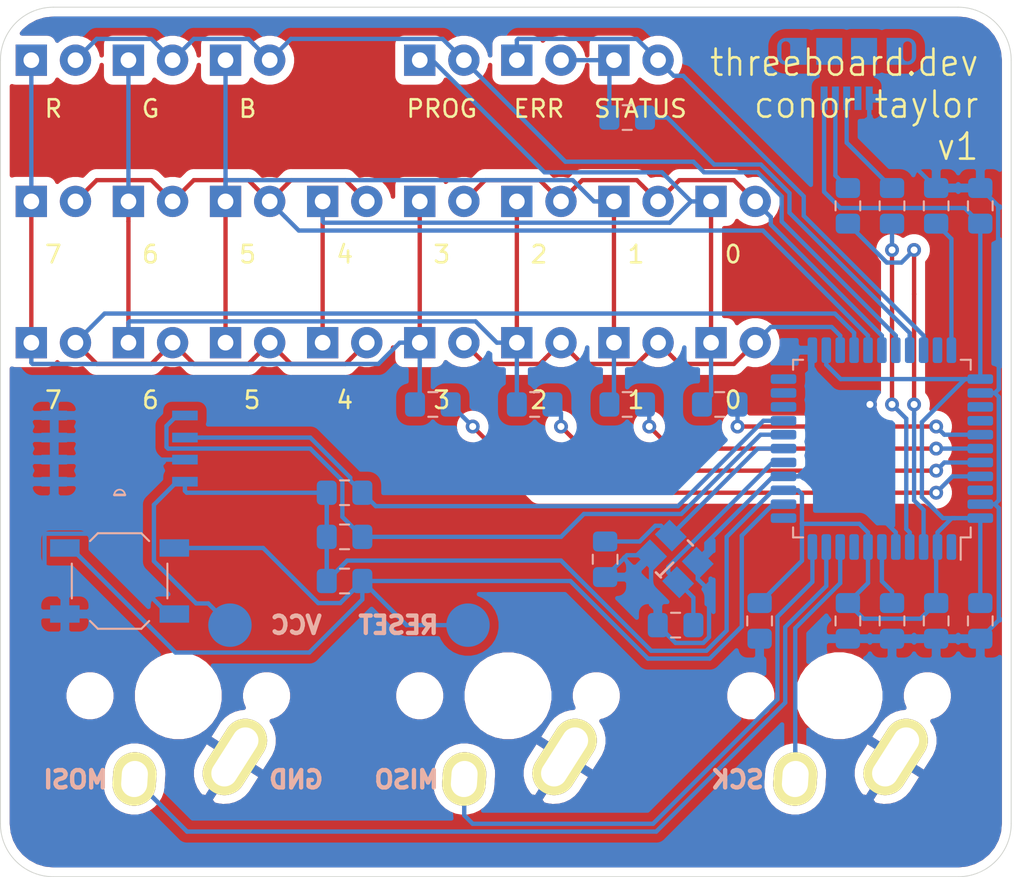
<source format=kicad_pcb>
(kicad_pcb (version 20171130) (host pcbnew "(5.1.4-0-10_14)")
  (layers (0 F.Cu signal) (31 B.Cu signal) (34 B.Paste user) (35 F.Paste user) (36 B.SilkS user) (37 F.SilkS user) (38 B.Mask user) (39 F.Mask user) (44 Edge.Cuts user))
  (net 0 "")
  (net 1 "Net-(C1-Pad1)")
  (net 2 "Net-(C2-Pad1)")
  (net 3 VCC)
  (net 4 "Net-(C8-Pad1)")
  (net 5 "Net-(D1-Pad1)")
  (net 6 "Net-(D10-Pad1)")
  (net 7 "Net-(D11-Pad1)")
  (net 8 "Net-(D12-Pad1)")
  (net 9 "Net-(D21-Pad2)")
  (net 10 "Net-(J1-Pad2)")
  (net 11 "Net-(J1-Pad3)")
  (net 12 "Net-(J1-Pad4)")
  (net 13 "Net-(R1-Pad2)")
  (net 14 "Net-(R2-Pad2)")
  (net 15 "Net-(R3-Pad1)")
  (net 16 "Net-(R4-Pad1)")
  (net 17 "Net-(U1-Pad1)")
  (net 18 "Net-(U1-Pad8)")
  (net 19 "Net-(U1-Pad12)")
  (net 20 "Net-(U1-Pad20)")
  (net 21 "Net-(U1-Pad21)")
  (net 22 "Net-(U1-Pad22)")
  (net 23 "Net-(U1-Pad32)")
  (net 24 GND)
  (net 25 /row0)
  (net 26 /row1)
  (net 27 /row2)
  (net 28 /row3)
  (net 29 /row4)
  (net 30 /switch1)
  (net 31 /switch2)
  (net 32 /switch3)
  (net 33 /col0)
  (net 34 /col1)
  (net 35 /col2)
  (net 36 /col3)
  (net 37 /status1)
  (net 38 /status0)
  (net 39 /eeprom_sda)
  (net 40 /eeprom_scl)
  (net 41 "Net-(U1-Pad42)")
  (net 42 "Net-(U1-Pad37)")
  (net 43 "Net-(U1-Pad36)")
  (module TestPoint:TestPoint_Pad_D2.5mm (layer B.Cu) (at 60.80125 60.80125)
    (fp_text reference REF** hide)
    (fp_text value TestPoint_Pad_D2.5mm hide)
    (pad 1 smd circle (at 0 0) (size 2.5 2.5) (layers B.Cu B.Paste B.Mask) (net 3 VCC))
  )
  (module TestPoint:TestPoint_Pad_D2.5mm (layer B.Cu) (at 74.5 60.80125)
    (fp_text reference REF** hide)
    (fp_text value TestPoint_Pad_D2.5mm hide)
    (pad 1 smd circle (at 0 0) (size 2.5 2.5) (layers B.Cu B.Mask) (net 13 "Net-(R1-Pad2)"))
  )
  (module keebs.pretty:Mx_Alps_100 (layer F.Cu) (at 95.85325 64.86525 180)
    (fp_text reference K3 hide)
    (fp_text value KEYSW hide)
    (pad 2 thru_hole oval (at 2.52 -4.79 176.1) (size 2.5 3.08) (drill oval 1.5 2.08) (layers *.Cu *.Mask F.SilkS) (net 32 /switch3))
    (pad 1 thru_hole oval (at -3.255 -3.52 147.5) (size 2.5 4.75) (drill oval 1.5 3.75) (layers *.Cu *.Mask F.SilkS) (net 24 GND))
    (pad HOLE np_thru_hole circle (at 5.08 0 180) (size 1.7018 1.7018) (drill 1.7018) (layers *.Cu))
    (pad HOLE np_thru_hole circle (at -5.08 0 180) (size 1.7018 1.7018) (drill 1.7018) (layers *.Cu))
    (pad HOLE np_thru_hole circle (at 0 0 180) (size 3.9878 3.9878) (drill 3.9878) (layers *.Cu))
  )
  (module keebs.pretty:Mx_Alps_100 (layer F.Cu) (at 76.80325 64.86525 180)
    (fp_text reference K2 hide)
    (fp_text value KEYSW hide)
    (pad 2 thru_hole oval (at 2.52 -4.79 176.1) (size 2.5 3.08) (drill oval 1.5 2.08) (layers *.Cu *.Mask F.SilkS) (net 31 /switch2))
    (pad 1 thru_hole oval (at -3.255 -3.52 147.5) (size 2.5 4.75) (drill oval 1.5 3.75) (layers *.Cu *.Mask F.SilkS) (net 24 GND))
    (pad HOLE np_thru_hole circle (at 5.08 0 180) (size 1.7018 1.7018) (drill 1.7018) (layers *.Cu))
    (pad HOLE np_thru_hole circle (at -5.08 0 180) (size 1.7018 1.7018) (drill 1.7018) (layers *.Cu))
    (pad HOLE np_thru_hole circle (at 0 0 180) (size 3.9878 3.9878) (drill 3.9878) (layers *.Cu))
  )
  (module keebs.pretty:Mx_Alps_100 (layer F.Cu) (at 57.829451 64.86525 180)
    (fp_text reference K1 hide)
    (fp_text value KEYSW hide)
    (pad 2 thru_hole oval (at 2.52 -4.79 176.1) (size 2.5 3.08) (drill oval 1.5 2.08) (layers *.Cu *.Mask F.SilkS) (net 30 /switch1))
    (pad 1 thru_hole oval (at -3.255 -3.52 147.5) (size 2.5 4.75) (drill oval 1.5 3.75) (layers *.Cu *.Mask F.SilkS) (net 24 GND))
    (pad HOLE np_thru_hole circle (at 5.08 0 180) (size 1.7018 1.7018) (drill 1.7018) (layers *.Cu))
    (pad HOLE np_thru_hole circle (at -5.08 0 180) (size 1.7018 1.7018) (drill 1.7018) (layers *.Cu))
    (pad HOLE np_thru_hole circle (at 0 0 180) (size 3.9878 3.9878) (drill 3.9878) (layers *.Cu))
  )
  (module Package_QFP:LQFP-44_10x10mm_P0.8mm (layer B.Cu) (at 98.31875 50.64125 90)
    (fp_text reference U1 hide)
    (fp_text value ATMEGA32U4 hide)
    (pad 44 smd roundrect (at -4 5.6625 90) (size 0.55 1.475) (layers B.Cu B.Paste B.Mask) (net 3 VCC))
    (pad 43 smd roundrect (at -3.2 5.6625 90) (size 0.55 1.475) (layers B.Cu B.Paste B.Mask) (net 24 GND))
    (pad 42 smd roundrect (at -2.4 5.6625 90) (size 0.55 1.475) (layers B.Cu B.Paste B.Mask) (net 41 "Net-(U1-Pad42)"))
    (pad 41 smd roundrect (at -1.6 5.6625 90) (size 0.55 1.475) (layers B.Cu B.Paste B.Mask) (net 33 /col0))
    (pad 40 smd roundrect (at -0.8 5.6625 90) (size 0.55 1.475) (layers B.Cu B.Paste B.Mask) (net 34 /col1))
    (pad 39 smd roundrect (at 0 5.6625 90) (size 0.55 1.475) (layers B.Cu B.Paste B.Mask) (net 35 /col2))
    (pad 38 smd roundrect (at 0.8 5.6625 90) (size 0.55 1.475) (layers B.Cu B.Paste B.Mask) (net 36 /col3))
    (pad 37 smd roundrect (at 1.6 5.6625 90) (size 0.55 1.475) (layers B.Cu B.Paste B.Mask) (net 42 "Net-(U1-Pad37)"))
    (pad 36 smd roundrect (at 2.4 5.6625 90) (size 0.55 1.475) (layers B.Cu B.Paste B.Mask) (net 43 "Net-(U1-Pad36)"))
    (pad 35 smd roundrect (at 3.2 5.6625 90) (size 0.55 1.475) (layers B.Cu B.Paste B.Mask) (net 24 GND))
    (pad 34 smd roundrect (at 4 5.6625 90) (size 0.55 1.475) (layers B.Cu B.Paste B.Mask) (net 3 VCC))
    (pad 33 smd roundrect (at 5.6625 4 90) (size 1.475 0.55) (layers B.Cu B.Paste B.Mask) (net 14 "Net-(R2-Pad2)"))
    (pad 32 smd roundrect (at 5.6625 3.2 90) (size 1.475 0.55) (layers B.Cu B.Paste B.Mask) (net 23 "Net-(U1-Pad32)"))
    (pad 31 smd roundrect (at 5.6625 2.4 90) (size 1.475 0.55) (layers B.Cu B.Paste B.Mask) (net 37 /status1))
    (pad 30 smd roundrect (at 5.6625 1.6 90) (size 1.475 0.55) (layers B.Cu B.Paste B.Mask) (net 38 /status0))
    (pad 29 smd roundrect (at 5.6625 0.8 90) (size 1.475 0.55) (layers B.Cu B.Paste B.Mask) (net 29 /row4))
    (pad 28 smd roundrect (at 5.6625 0 90) (size 1.475 0.55) (layers B.Cu B.Paste B.Mask) (net 26 /row1))
    (pad 27 smd roundrect (at 5.6625 -0.8 90) (size 1.475 0.55) (layers B.Cu B.Paste B.Mask) (net 25 /row0))
    (pad 26 smd roundrect (at 5.6625 -1.6 90) (size 1.475 0.55) (layers B.Cu B.Paste B.Mask) (net 27 /row2))
    (pad 25 smd roundrect (at 5.6625 -2.4 90) (size 1.475 0.55) (layers B.Cu B.Paste B.Mask) (net 28 /row3))
    (pad 24 smd roundrect (at 5.6625 -3.2 90) (size 1.475 0.55) (layers B.Cu B.Paste B.Mask) (net 3 VCC))
    (pad 23 smd roundrect (at 5.6625 -4 90) (size 1.475 0.55) (layers B.Cu B.Paste B.Mask) (net 24 GND))
    (pad 22 smd roundrect (at 4 -5.6625 90) (size 0.55 1.475) (layers B.Cu B.Paste B.Mask) (net 22 "Net-(U1-Pad22)"))
    (pad 21 smd roundrect (at 3.2 -5.6625 90) (size 0.55 1.475) (layers B.Cu B.Paste B.Mask) (net 21 "Net-(U1-Pad21)"))
    (pad 20 smd roundrect (at 2.4 -5.6625 90) (size 0.55 1.475) (layers B.Cu B.Paste B.Mask) (net 20 "Net-(U1-Pad20)"))
    (pad 19 smd roundrect (at 1.6 -5.6625 90) (size 0.55 1.475) (layers B.Cu B.Paste B.Mask) (net 40 /eeprom_scl))
    (pad 18 smd roundrect (at 0.8 -5.6625 90) (size 0.55 1.475) (layers B.Cu B.Paste B.Mask) (net 39 /eeprom_sda))
    (pad 17 smd roundrect (at 0 -5.6625 90) (size 0.55 1.475) (layers B.Cu B.Paste B.Mask) (net 2 "Net-(C2-Pad1)"))
    (pad 16 smd roundrect (at -0.8 -5.6625 90) (size 0.55 1.475) (layers B.Cu B.Paste B.Mask) (net 1 "Net-(C1-Pad1)"))
    (pad 15 smd roundrect (at -1.6 -5.6625 90) (size 0.55 1.475) (layers B.Cu B.Paste B.Mask) (net 24 GND))
    (pad 14 smd roundrect (at -2.4 -5.6625 90) (size 0.55 1.475) (layers B.Cu B.Paste B.Mask) (net 3 VCC))
    (pad 13 smd roundrect (at -3.2 -5.6625 90) (size 0.55 1.475) (layers B.Cu B.Paste B.Mask) (net 13 "Net-(R1-Pad2)"))
    (pad 12 smd roundrect (at -4 -5.6625 90) (size 0.55 1.475) (layers B.Cu B.Paste B.Mask) (net 19 "Net-(U1-Pad12)"))
    (pad 11 smd roundrect (at -5.6625 -4 90) (size 1.475 0.55) (layers B.Cu B.Paste B.Mask) (net 31 /switch2))
    (pad 10 smd roundrect (at -5.6625 -3.2 90) (size 1.475 0.55) (layers B.Cu B.Paste B.Mask) (net 30 /switch1))
    (pad 9 smd roundrect (at -5.6625 -2.4 90) (size 1.475 0.55) (layers B.Cu B.Paste B.Mask) (net 32 /switch3))
    (pad 8 smd roundrect (at -5.6625 -1.6 90) (size 1.475 0.55) (layers B.Cu B.Paste B.Mask) (net 18 "Net-(U1-Pad8)"))
    (pad 7 smd roundrect (at -5.6625 -0.8 90) (size 1.475 0.55) (layers B.Cu B.Paste B.Mask) (net 3 VCC))
    (pad 6 smd roundrect (at -5.6625 0 90) (size 1.475 0.55) (layers B.Cu B.Paste B.Mask) (net 4 "Net-(C8-Pad1)"))
    (pad 5 smd roundrect (at -5.6625 0.8 90) (size 1.475 0.55) (layers B.Cu B.Paste B.Mask) (net 24 GND))
    (pad 4 smd roundrect (at -5.6625 1.6 90) (size 1.475 0.55) (layers B.Cu B.Paste B.Mask) (net 16 "Net-(R4-Pad1)"))
    (pad 3 smd roundrect (at -5.6625 2.4 90) (size 1.475 0.55) (layers B.Cu B.Paste B.Mask) (net 15 "Net-(R3-Pad1)"))
    (pad 2 smd roundrect (at -5.6625 3.2 90) (size 1.475 0.55) (layers B.Cu B.Paste B.Mask) (net 3 VCC))
    (pad 1 smd roundrect (at -5.6625 4 90) (size 1.475 0.55) (layers B.Cu B.Paste B.Mask) (net 17 "Net-(U1-Pad1)"))
  )
  (module LED_THT:LED_D3.0mm (layer F.Cu) (at 49.37125 36.41725)
    (fp_text reference 7 (at 1.27 3.048) (layer F.SilkS))
    (fp_text value LED hide)
    (pad 2 thru_hole circle (at 2.54 0) (size 1.8 1.8) (drill 0.9) (layers *.Cu *.Mask) (net 25 /row0))
    (pad 1 thru_hole rect (at 0 0) (size 1.8 1.8) (drill 0.9) (layers *.Cu *.Mask) (net 5 "Net-(D1-Pad1)"))
  )
  (module LED_THT:LED_D3.0mm (layer F.Cu) (at 54.95925 36.41725)
    (fp_text reference 6 (at 1.27 3.048) (layer F.SilkS))
    (fp_text value LED hide)
    (pad 2 thru_hole circle (at 2.54 0) (size 1.8 1.8) (drill 0.9) (layers *.Cu *.Mask) (net 25 /row0))
    (pad 1 thru_hole rect (at 0 0) (size 1.8 1.8) (drill 0.9) (layers *.Cu *.Mask) (net 6 "Net-(D10-Pad1)"))
  )
  (module LED_THT:LED_D3.0mm (layer F.Cu) (at 60.54725 36.41725)
    (fp_text reference 5 (at 1.27 3.048) (layer F.SilkS))
    (fp_text value LED hide)
    (pad 2 thru_hole circle (at 2.54 0) (size 1.8 1.8) (drill 0.9) (layers *.Cu *.Mask) (net 25 /row0))
    (pad 1 thru_hole rect (at 0 0) (size 1.8 1.8) (drill 0.9) (layers *.Cu *.Mask) (net 7 "Net-(D11-Pad1)"))
  )
  (module LED_THT:LED_D3.0mm (layer F.Cu) (at 66.13525 36.41725)
    (fp_text reference 4 (at 1.27 3.048) (layer F.SilkS))
    (fp_text value LED hide)
    (pad 2 thru_hole circle (at 2.54 0) (size 1.8 1.8) (drill 0.9) (layers *.Cu *.Mask) (net 25 /row0))
    (pad 1 thru_hole rect (at 0 0) (size 1.8 1.8) (drill 0.9) (layers *.Cu *.Mask) (net 8 "Net-(D12-Pad1)"))
  )
  (module LED_THT:LED_D3.0mm (layer F.Cu) (at 71.72325 36.41725)
    (fp_text reference 3 (at 1.27 3.048) (layer F.SilkS))
    (fp_text value LED hide)
    (pad 2 thru_hole circle (at 2.54 0) (size 1.8 1.8) (drill 0.9) (layers *.Cu *.Mask) (net 26 /row1))
    (pad 1 thru_hole rect (at 0 0) (size 1.8 1.8) (drill 0.9) (layers *.Cu *.Mask) (net 5 "Net-(D1-Pad1)"))
  )
  (module LED_THT:LED_D3.0mm (layer F.Cu) (at 77.31125 36.41725)
    (fp_text reference 2 (at 1.27 3.048) (layer F.SilkS))
    (fp_text value LED hide)
    (pad 2 thru_hole circle (at 2.54 0) (size 1.8 1.8) (drill 0.9) (layers *.Cu *.Mask) (net 26 /row1))
    (pad 1 thru_hole rect (at 0 0) (size 1.8 1.8) (drill 0.9) (layers *.Cu *.Mask) (net 6 "Net-(D10-Pad1)"))
  )
  (module LED_THT:LED_D3.0mm (layer F.Cu) (at 82.89925 36.41725)
    (fp_text reference 1 (at 1.27 3.048) (layer F.SilkS))
    (fp_text value LED hide)
    (pad 2 thru_hole circle (at 2.54 0) (size 1.8 1.8) (drill 0.9) (layers *.Cu *.Mask) (net 26 /row1))
    (pad 1 thru_hole rect (at 0 0) (size 1.8 1.8) (drill 0.9) (layers *.Cu *.Mask) (net 7 "Net-(D11-Pad1)"))
  )
  (module LED_THT:LED_D3.0mm (layer F.Cu) (at 88.48725 36.41725)
    (fp_text reference 0 (at 1.27 3.048) (layer F.SilkS))
    (fp_text value LED hide)
    (pad 2 thru_hole circle (at 2.54 0) (size 1.8 1.8) (drill 0.9) (layers *.Cu *.Mask) (net 26 /row1))
    (pad 1 thru_hole rect (at 0 0) (size 1.8 1.8) (drill 0.9) (layers *.Cu *.Mask) (net 8 "Net-(D12-Pad1)"))
  )
  (module LED_THT:LED_D3.0mm (layer F.Cu) (at 49.37125 44.54525)
    (fp_text reference 7 (at 1.27 3.302) (layer F.SilkS))
    (fp_text value LED hide)
    (pad 2 thru_hole circle (at 2.54 0) (size 1.8 1.8) (drill 0.9) (layers *.Cu *.Mask) (net 27 /row2))
    (pad 1 thru_hole rect (at 0 0) (size 1.8 1.8) (drill 0.9) (layers *.Cu *.Mask) (net 5 "Net-(D1-Pad1)"))
  )
  (module LED_THT:LED_D3.0mm (layer F.Cu) (at 54.95925 44.54525)
    (fp_text reference 6 (at 1.27 3.302) (layer F.SilkS))
    (fp_text value LED hide)
    (pad 2 thru_hole circle (at 2.54 0) (size 1.8 1.8) (drill 0.9) (layers *.Cu *.Mask) (net 27 /row2))
    (pad 1 thru_hole rect (at 0 0) (size 1.8 1.8) (drill 0.9) (layers *.Cu *.Mask) (net 6 "Net-(D10-Pad1)"))
  )
  (module LED_THT:LED_D3.0mm (layer F.Cu) (at 60.54725 44.54525)
    (fp_text reference 5 (at 1.524 3.302) (layer F.SilkS))
    (fp_text value LED hide)
    (pad 2 thru_hole circle (at 2.54 0) (size 1.8 1.8) (drill 0.9) (layers *.Cu *.Mask) (net 27 /row2))
    (pad 1 thru_hole rect (at 0 0) (size 1.8 1.8) (drill 0.9) (layers *.Cu *.Mask) (net 7 "Net-(D11-Pad1)"))
  )
  (module LED_THT:LED_D3.0mm (layer F.Cu) (at 66.13525 44.54525)
    (fp_text reference 4 (at 1.27 3.302) (layer F.SilkS))
    (fp_text value LED hide)
    (pad 2 thru_hole circle (at 2.54 0) (size 1.8 1.8) (drill 0.9) (layers *.Cu *.Mask) (net 27 /row2))
    (pad 1 thru_hole rect (at 0 0) (size 1.8 1.8) (drill 0.9) (layers *.Cu *.Mask) (net 8 "Net-(D12-Pad1)"))
  )
  (module LED_THT:LED_D3.0mm (layer F.Cu) (at 71.72325 44.54525)
    (fp_text reference 3 (at 1.27 3.302) (layer F.SilkS))
    (fp_text value LED hide)
    (pad 2 thru_hole circle (at 2.54 0) (size 1.8 1.8) (drill 0.9) (layers *.Cu *.Mask) (net 28 /row3))
    (pad 1 thru_hole rect (at 0 0) (size 1.8 1.8) (drill 0.9) (layers *.Cu *.Mask) (net 5 "Net-(D1-Pad1)"))
  )
  (module LED_THT:LED_D3.0mm (layer F.Cu) (at 77.31125 44.54525)
    (fp_text reference 2 (at 1.27 3.302) (layer F.SilkS))
    (fp_text value LED hide)
    (pad 2 thru_hole circle (at 2.54 0) (size 1.8 1.8) (drill 0.9) (layers *.Cu *.Mask) (net 28 /row3))
    (pad 1 thru_hole rect (at 0 0) (size 1.8 1.8) (drill 0.9) (layers *.Cu *.Mask) (net 6 "Net-(D10-Pad1)"))
  )
  (module LED_THT:LED_D3.0mm (layer F.Cu) (at 82.89925 44.54525)
    (fp_text reference 1 (at 1.27 3.302) (layer F.SilkS))
    (fp_text value LED hide)
    (pad 2 thru_hole circle (at 2.54 0) (size 1.8 1.8) (drill 0.9) (layers *.Cu *.Mask) (net 28 /row3))
    (pad 1 thru_hole rect (at 0 0) (size 1.8 1.8) (drill 0.9) (layers *.Cu *.Mask) (net 7 "Net-(D11-Pad1)"))
  )
  (module LED_THT:LED_D3.0mm (layer F.Cu) (at 88.48725 44.54525)
    (fp_text reference 0 (at 1.27 3.302) (layer F.SilkS))
    (fp_text value LED hide)
    (pad 2 thru_hole circle (at 2.54 0) (size 1.8 1.8) (drill 0.9) (layers *.Cu *.Mask) (net 28 /row3))
    (pad 1 thru_hole rect (at 0 0) (size 1.8 1.8) (drill 0.9) (layers *.Cu *.Mask) (net 8 "Net-(D12-Pad1)"))
  )
  (module LED_THT:LED_D3.0mm (layer F.Cu) (at 49.37125 28.28925)
    (fp_text reference R (at 1.27 2.794 180) (layer F.SilkS))
    (fp_text value LED hide)
    (pad 2 thru_hole circle (at 2.54 0) (size 1.8 1.8) (drill 0.9) (layers *.Cu *.Mask) (net 29 /row4))
    (pad 1 thru_hole rect (at 0 0) (size 1.8 1.8) (drill 0.9) (layers *.Cu *.Mask) (net 5 "Net-(D1-Pad1)"))
  )
  (module LED_THT:LED_D3.0mm (layer F.Cu) (at 54.95925 28.28925)
    (fp_text reference G (at 1.27 2.794) (layer F.SilkS))
    (fp_text value LED hide)
    (pad 2 thru_hole circle (at 2.54 0) (size 1.8 1.8) (drill 0.9) (layers *.Cu *.Mask) (net 29 /row4))
    (pad 1 thru_hole rect (at 0 0) (size 1.8 1.8) (drill 0.9) (layers *.Cu *.Mask) (net 6 "Net-(D10-Pad1)"))
  )
  (module LED_THT:LED_D3.0mm (layer F.Cu) (at 60.54725 28.28925)
    (fp_text reference B (at 1.27 2.794 180) (layer F.SilkS))
    (fp_text value LED hide)
    (pad 2 thru_hole circle (at 2.54 0) (size 1.8 1.8) (drill 0.9) (layers *.Cu *.Mask) (net 29 /row4))
    (pad 1 thru_hole rect (at 0 0) (size 1.8 1.8) (drill 0.9) (layers *.Cu *.Mask) (net 7 "Net-(D11-Pad1)"))
  )
  (module LED_THT:LED_D3.0mm (layer F.Cu) (at 71.72325 28.28925)
    (fp_text reference PROG (at 1.27 2.794) (layer F.SilkS))
    (fp_text value LED hide)
    (pad 2 thru_hole circle (at 2.54 0) (size 1.8 1.8) (drill 0.9) (layers *.Cu *.Mask) (net 29 /row4))
    (pad 1 thru_hole rect (at 0 0) (size 1.8 1.8) (drill 0.9) (layers *.Cu *.Mask) (net 8 "Net-(D12-Pad1)"))
  )
  (module LED_THT:LED_D3.0mm (layer F.Cu) (at 77.31125 28.28925)
    (fp_text reference ERR (at 1.27 2.794) (layer F.SilkS))
    (fp_text value LED hide)
    (pad 2 thru_hole circle (at 2.54 0) (size 1.8 1.8) (drill 0.9) (layers *.Cu *.Mask) (net 9 "Net-(D21-Pad2)"))
    (pad 1 thru_hole rect (at 0 0) (size 1.8 1.8) (drill 0.9) (layers *.Cu *.Mask) (net 37 /status1))
  )
  (module Button_Switch_SMD:SW_SPST_TL3342 (layer B.Cu) (at 54.45125 58.26125)
    (fp_text reference SW1 hide)
    (fp_text value SW_PUSH hide)
    (pad 2 smd rect (at 3.15 -1.9) (size 1.7 1) (layers B.Cu B.Paste B.Mask) (net 13 "Net-(R1-Pad2)"))
    (pad 2 smd rect (at -3.15 -1.9) (size 1.7 1) (layers B.Cu B.Paste B.Mask) (net 13 "Net-(R1-Pad2)"))
    (pad 1 smd rect (at 3.15 1.9) (size 1.7 1) (layers B.Cu B.Paste B.Mask) (net 24 GND))
    (pad 1 smd rect (at -3.15 1.9) (size 1.7 1) (layers B.Cu B.Paste B.Mask) (net 24 GND))
  )
  (module LED_THT:LED_D3.0mm (layer F.Cu) (at 82.89925 28.28925)
    (fp_text reference STATUS (at 1.524 2.794) (layer F.SilkS))
    (fp_text value LED hide)
    (pad 2 thru_hole circle (at 2.54 0) (size 1.8 1.8) (drill 0.9) (layers *.Cu *.Mask) (net 37 /status1))
    (pad 1 thru_hole rect (at 0 0) (size 1.8 1.8) (drill 0.9) (layers *.Cu *.Mask) (net 9 "Net-(D21-Pad2)"))
  )
  (module Capacitor_SMD:C_0805_2012Metric_Pad1.15x1.40mm_HandSolder (layer B.Cu) (at 86.44625 60.80125 180)
    (fp_text reference C1 hide)
    (fp_text value 22p)
    (pad 2 smd roundrect (at 1.025 0 180) (size 1.15 1.4) (layers B.Cu B.Paste B.Mask) (roundrect_rratio 0.217391) (net 24 GND))
    (pad 1 smd roundrect (at -1.025 0 180) (size 1.15 1.4) (layers B.Cu B.Paste B.Mask) (roundrect_rratio 0.217391) (net 1 "Net-(C1-Pad1)"))
  )
  (module Capacitor_SMD:C_0805_2012Metric_Pad1.15x1.40mm_HandSolder (layer B.Cu) (at 82.39125 57.01125 270)
    (fp_text reference C2 hide)
    (fp_text value 22p)
    (pad 2 smd roundrect (at 1.025 0 270) (size 1.15 1.4) (layers B.Cu B.Paste B.Mask) (roundrect_rratio 0.217391) (net 24 GND))
    (pad 1 smd roundrect (at -1.025 0 270) (size 1.15 1.4) (layers B.Cu B.Paste B.Mask) (roundrect_rratio 0.217391) (net 2 "Net-(C2-Pad1)"))
  )
  (module Capacitor_SMD:C_0805_2012Metric_Pad1.15x1.40mm_HandSolder (layer B.Cu) (at 103.98125 60.55625 270)
    (fp_text reference C3 hide)
    (fp_text value 0.1u)
    (pad 2 smd roundrect (at 1.025 0 270) (size 1.15 1.4) (layers B.Cu B.Paste B.Mask) (roundrect_rratio 0.217391) (net 24 GND))
    (pad 1 smd roundrect (at -1.025 0 270) (size 1.15 1.4) (layers B.Cu B.Paste B.Mask) (roundrect_rratio 0.217391) (net 3 VCC))
  )
  (module Capacitor_SMD:C_0805_2012Metric_Pad1.15x1.40mm_HandSolder (layer B.Cu) (at 103.98125 36.67125 90)
    (fp_text reference C4 hide)
    (fp_text value 0.1u)
    (pad 2 smd roundrect (at 1.025 0 90) (size 1.15 1.4) (layers B.Cu B.Paste B.Mask) (roundrect_rratio 0.217391) (net 24 GND))
    (pad 1 smd roundrect (at -1.025 0 90) (size 1.15 1.4) (layers B.Cu B.Paste B.Mask) (roundrect_rratio 0.217391) (net 3 VCC))
  )
  (module Capacitor_SMD:C_0805_2012Metric_Pad1.15x1.40mm_HandSolder (layer B.Cu) (at 96.36125 60.55625 270)
    (fp_text reference C5 hide)
    (fp_text value 0.1u)
    (pad 2 smd roundrect (at 1.025 0 270) (size 1.15 1.4) (layers B.Cu B.Paste B.Mask) (roundrect_rratio 0.217391) (net 24 GND))
    (pad 1 smd roundrect (at -1.025 0 270) (size 1.15 1.4) (layers B.Cu B.Paste B.Mask) (roundrect_rratio 0.217391) (net 3 VCC))
  )
  (module Capacitor_SMD:C_0805_2012Metric_Pad1.15x1.40mm_HandSolder (layer B.Cu) (at 91.28125 60.55625 270)
    (fp_text reference C6 hide)
    (fp_text value 0.1u)
    (pad 2 smd roundrect (at 1.025 0 270) (size 1.15 1.4) (layers B.Cu B.Paste B.Mask) (roundrect_rratio 0.217391) (net 24 GND))
    (pad 1 smd roundrect (at -1.025 0 270) (size 1.15 1.4) (layers B.Cu B.Paste B.Mask) (roundrect_rratio 0.217391) (net 3 VCC))
  )
  (module Capacitor_SMD:C_0805_2012Metric_Pad1.15x1.40mm_HandSolder (layer B.Cu) (at 101.44125 60.55625 270)
    (fp_text reference C7 hide)
    (fp_text value 4.7u)
    (pad 2 smd roundrect (at 1.025 0 270) (size 1.15 1.4) (layers B.Cu B.Paste B.Mask) (roundrect_rratio 0.217391) (net 24 GND))
    (pad 1 smd roundrect (at -1.025 0 270) (size 1.15 1.4) (layers B.Cu B.Paste B.Mask) (roundrect_rratio 0.217391) (net 3 VCC))
  )
  (module Capacitor_SMD:C_0805_2012Metric_Pad1.15x1.40mm_HandSolder (layer B.Cu) (at 98.90125 60.55625 270)
    (fp_text reference C8 hide)
    (fp_text value 1u)
    (pad 2 smd roundrect (at 1.025 0 270) (size 1.15 1.4) (layers B.Cu B.Paste B.Mask) (roundrect_rratio 0.217391) (net 24 GND))
    (pad 1 smd roundrect (at -1.025 0 270) (size 1.15 1.4) (layers B.Cu B.Paste B.Mask) (roundrect_rratio 0.217391) (net 4 "Net-(C8-Pad1)"))
  )
  (module Resistor_SMD:R_0805_2012Metric_Pad1.15x1.40mm_HandSolder (layer B.Cu) (at 67.39625 58.26125)
    (fp_text reference R1 hide)
    (fp_text value 10k)
    (pad 2 smd roundrect (at 1.025 0) (size 1.15 1.4) (layers B.Cu B.Paste B.Mask) (roundrect_rratio 0.217391) (net 13 "Net-(R1-Pad2)"))
    (pad 1 smd roundrect (at -1.025 0) (size 1.15 1.4) (layers B.Cu B.Paste B.Mask) (roundrect_rratio 0.217391) (net 3 VCC))
  )
  (module Resistor_SMD:R_0805_2012Metric_Pad1.15x1.40mm_HandSolder (layer B.Cu) (at 101.44125 36.67125 270)
    (fp_text reference R2 hide)
    (fp_text value 10k)
    (pad 2 smd roundrect (at 1.025 0 270) (size 1.15 1.4) (layers B.Cu B.Paste B.Mask) (roundrect_rratio 0.217391) (net 14 "Net-(R2-Pad2)"))
    (pad 1 smd roundrect (at -1.025 0 270) (size 1.15 1.4) (layers B.Cu B.Paste B.Mask) (roundrect_rratio 0.217391) (net 24 GND))
  )
  (module Resistor_SMD:R_0805_2012Metric_Pad1.15x1.40mm_HandSolder (layer B.Cu) (at 96.36125 36.67125 90)
    (fp_text reference R3 hide)
    (fp_text value 22)
    (pad 2 smd roundrect (at 1.025 0 90) (size 1.15 1.4) (layers B.Cu B.Paste B.Mask) (roundrect_rratio 0.217391) (net 10 "Net-(J1-Pad2)"))
    (pad 1 smd roundrect (at -1.025 0 90) (size 1.15 1.4) (layers B.Cu B.Paste B.Mask) (roundrect_rratio 0.217391) (net 15 "Net-(R3-Pad1)"))
  )
  (module Resistor_SMD:R_0805_2012Metric_Pad1.15x1.40mm_HandSolder (layer B.Cu) (at 98.90125 36.67125 90)
    (fp_text reference R4 hide)
    (fp_text value 22)
    (pad 2 smd roundrect (at 1.025 0 90) (size 1.15 1.4) (layers B.Cu B.Paste B.Mask) (roundrect_rratio 0.217391) (net 11 "Net-(J1-Pad3)"))
    (pad 1 smd roundrect (at -1.025 0 90) (size 1.15 1.4) (layers B.Cu B.Paste B.Mask) (roundrect_rratio 0.217391) (net 16 "Net-(R4-Pad1)"))
  )
  (module Resistor_SMD:R_0805_2012Metric_Pad1.15x1.40mm_HandSolder (layer B.Cu) (at 72.47625 48.10125)
    (fp_text reference R5 hide)
    (fp_text value 220)
    (pad 2 smd roundrect (at 1.025 0) (size 1.15 1.4) (layers B.Cu B.Paste B.Mask) (roundrect_rratio 0.217391) (net 33 /col0))
    (pad 1 smd roundrect (at -1.025 0) (size 1.15 1.4) (layers B.Cu B.Paste B.Mask) (roundrect_rratio 0.217391) (net 5 "Net-(D1-Pad1)"))
  )
  (module Resistor_SMD:R_0805_2012Metric_Pad1.15x1.40mm_HandSolder (layer B.Cu) (at 78.33625 48.10125)
    (fp_text reference R6 hide)
    (fp_text value 220)
    (pad 2 smd roundrect (at 1.025 0) (size 1.15 1.4) (layers B.Cu B.Paste B.Mask) (roundrect_rratio 0.217391) (net 34 /col1))
    (pad 1 smd roundrect (at -1.025 0) (size 1.15 1.4) (layers B.Cu B.Paste B.Mask) (roundrect_rratio 0.217391) (net 6 "Net-(D10-Pad1)"))
  )
  (module Resistor_SMD:R_0805_2012Metric_Pad1.15x1.40mm_HandSolder (layer B.Cu) (at 83.66125 48.10125)
    (fp_text reference R7 hide)
    (fp_text value 220)
    (pad 2 smd roundrect (at 1.025 0) (size 1.15 1.4) (layers B.Cu B.Paste B.Mask) (roundrect_rratio 0.217391) (net 35 /col2))
    (pad 1 smd roundrect (at -1.025 0) (size 1.15 1.4) (layers B.Cu B.Paste B.Mask) (roundrect_rratio 0.217391) (net 7 "Net-(D11-Pad1)"))
  )
  (module Resistor_SMD:R_0805_2012Metric_Pad1.15x1.40mm_HandSolder (layer B.Cu) (at 88.98625 48.10125)
    (fp_text reference R8 hide)
    (fp_text value 220)
    (pad 2 smd roundrect (at 1.025 0) (size 1.15 1.4) (layers B.Cu B.Paste B.Mask) (roundrect_rratio 0.217391) (net 36 /col3))
    (pad 1 smd roundrect (at -1.025 0) (size 1.15 1.4) (layers B.Cu B.Paste B.Mask) (roundrect_rratio 0.217391) (net 8 "Net-(D12-Pad1)"))
  )
  (module Resistor_SMD:R_0805_2012Metric_Pad1.15x1.40mm_HandSolder (layer B.Cu) (at 83.66125 31.59125)
    (fp_text reference R9 hide)
    (fp_text value 220)
    (pad 2 smd roundrect (at 1.025 0) (size 1.15 1.4) (layers B.Cu B.Paste B.Mask) (roundrect_rratio 0.217391) (net 38 /status0))
    (pad 1 smd roundrect (at -1.025 0) (size 1.15 1.4) (layers B.Cu B.Paste B.Mask) (roundrect_rratio 0.217391) (net 9 "Net-(D21-Pad2)"))
  )
  (module Resistor_SMD:R_0805_2012Metric_Pad1.15x1.40mm_HandSolder (layer B.Cu) (at 67.39625 55.72125)
    (fp_text reference R10 hide)
    (fp_text value 4.7k)
    (pad 2 smd roundrect (at 1.025 0) (size 1.15 1.4) (layers B.Cu B.Paste B.Mask) (roundrect_rratio 0.217391) (net 39 /eeprom_sda))
    (pad 1 smd roundrect (at -1.025 0) (size 1.15 1.4) (layers B.Cu B.Paste B.Mask) (roundrect_rratio 0.217391) (net 3 VCC))
  )
  (module Resistor_SMD:R_0805_2012Metric_Pad1.15x1.40mm_HandSolder (layer B.Cu) (at 67.39625 53.18125)
    (fp_text reference R11 hide)
    (fp_text value 4.7k)
    (pad 2 smd roundrect (at 1.025 0) (size 1.15 1.4) (layers B.Cu B.Paste B.Mask) (roundrect_rratio 0.217391) (net 40 /eeprom_scl))
    (pad 1 smd roundrect (at -1.025 0) (size 1.15 1.4) (layers B.Cu B.Paste B.Mask) (roundrect_rratio 0.217391) (net 3 VCC))
  )
  (module 24LC512:SOIC127P794X203-8N (layer B.Cu) (at 54.45125 50.64125)
    (fp_text reference U2 hide)
    (fp_text value 24LC512 hide)
    (pad 8 smd rect (at 3.7592 1.905) (size 1.4732 0.5588) (layers B.Cu B.Paste B.Mask) (net 3 VCC))
    (pad 7 smd rect (at 3.7592 0.635) (size 1.4732 0.5588) (layers B.Cu B.Paste B.Mask) (net 24 GND))
    (pad 6 smd rect (at 3.7592 -0.635) (size 1.4732 0.5588) (layers B.Cu B.Paste B.Mask) (net 40 /eeprom_scl))
    (pad 5 smd rect (at 3.7592 -1.905) (size 1.4732 0.5588) (layers B.Cu B.Paste B.Mask) (net 39 /eeprom_sda))
    (pad 4 smd rect (at -3.7592 -1.905) (size 1.4732 0.5588) (layers B.Cu B.Paste B.Mask) (net 24 GND))
    (pad 3 smd rect (at -3.7592 -0.635) (size 1.4732 0.5588) (layers B.Cu B.Paste B.Mask) (net 24 GND))
    (pad 2 smd rect (at -3.7592 0.635) (size 1.4732 0.5588) (layers B.Cu B.Paste B.Mask) (net 24 GND))
    (pad 1 smd rect (at -3.7592 1.905) (size 1.4732 0.5588) (layers B.Cu B.Paste B.Mask) (net 24 GND))
  )
  (module user.pretty:crystal_FA238-TSX3225 (layer B.Cu) (at 86.378027 56.99125 135)
    (fp_text reference X1 hide)
    (fp_text value XTAL_GND hide)
    (pad 2 smd rect (at 1.1 0.8 135) (size 1.4 1.2) (layers B.Cu B.Paste B.Mask) (net 2 "Net-(C2-Pad1)"))
    (pad 3 smd rect (at -1.1 0.8 135) (size 1.4 1.2) (layers B.Cu B.Paste B.Mask) (net 24 GND))
    (pad 3 smd rect (at 1.1 -0.8 135) (size 1.4 1.2) (layers B.Cu B.Paste B.Mask) (net 24 GND))
    (pad 1 smd rect (at -1.1 -0.8 135) (size 1.4 1.2) (layers B.Cu B.Paste B.Mask) (net 1 "Net-(C1-Pad1)"))
  )
  (module 10118194-0001LF:AMPHENOL_10118194-0001LF (layer B.Cu) (at 96.29125 27.78125)
    (fp_text reference J1 hide)
    (fp_text value USB_mini_micro_B hide)
    (fp_poly (pts (xy 2.3 -0.78) (xy 2.3 0.775) (xy 3.4975 0.775) (xy 3.4975 0.575) (xy 3.485731 0.574662) (xy 3.472748 0.57364) (xy 3.459836 0.571941) (xy 3.447031 0.569567) (xy 3.434368 0.566527) (xy 3.421881 0.562828) (xy 3.409605 0.558481) (xy 3.397573 0.553497) (xy 3.385818 0.547891) (xy 3.374373 0.541677) (xy 3.363269 0.534872) (xy 3.352537 0.527496) (xy 3.342205 0.519567) (xy 3.332302 0.51111) (xy 3.322855 0.502145) (xy 3.31389 0.492698) (xy 3.305433 0.482795) (xy 3.297504 0.472463) (xy 3.290128 0.461731) (xy 3.283323 0.450627) (xy 3.277109 0.439182) (xy 3.271503 0.427427) (xy 3.266519 0.415395) (xy 3.262172 0.403119) (xy 3.258473 0.390632) (xy 3.255433 0.377969) (xy 3.253059 0.365164) (xy 3.25136 0.352252) (xy 3.250338 0.339269) (xy 3.25 0.325) (xy 3.25 0.315) (xy 3.25 -0.315) (xy 3.25 -0.325) (xy 3.250343 -0.338084) (xy 3.25137 -0.351132) (xy 3.253078 -0.364109) (xy 3.255463 -0.376978) (xy 3.258519 -0.389705) (xy 3.262236 -0.402254) (xy 3.266605 -0.414592) (xy 3.271614 -0.426684) (xy 3.277248 -0.438498) (xy 3.283494 -0.45) (xy 3.290332 -0.46116) (xy 3.297746 -0.471946) (xy 3.305714 -0.48233) (xy 3.314214 -0.492283) (xy 3.323223 -0.501777) (xy 3.332717 -0.510786) (xy 3.34267 -0.519286) (xy 3.353054 -0.527254) (xy 3.36384 -0.534668) (xy 3.375 -0.541506) (xy 3.386502 -0.547752) (xy 3.398316 -0.553386) (xy 3.410408 -0.558395) (xy 3.422746 -0.562764) (xy 3.435295 -0.566481) (xy 3.448022 -0.569537) (xy 3.460891 -0.571922) (xy 3.473868 -0.57363) (xy 3.486916 -0.574657) (xy 3.5 -0.575) (xy 3.513084 -0.574657) (xy 3.526132 -0.57363) (xy 3.539109 -0.571922) (xy 3.551978 -0.569537) (xy 3.564705 -0.566481) (xy 3.577254 -0.562764) (xy 3.589592 -0.558395) (xy 3.601684 -0.553386) (xy 3.613498 -0.547752) (xy 3.625 -0.541506) (xy 3.63616 -0.534668) (xy 3.646946 -0.527254) (xy 3.65733 -0.519286) (xy 3.667283 -0.510786) (xy 3.676777 -0.501777) (xy 3.685786 -0.492283) (xy 3.694286 -0.48233) (xy 3.702254 -0.471946) (xy 3.709668 -0.46116) (xy 3.716506 -0.45) (xy 3.722752 -0.438498) (xy 3.728386 -0.426684) (xy 3.733395 -0.414592) (xy 3.737764 -0.402254) (xy 3.741481 -0.389705) (xy 3.744537 -0.376978) (xy 3.746922 -0.364109) (xy 3.74863 -0.351132) (xy 3.749657 -0.338084) (xy 3.75 -0.325) (xy 3.75 0.325) (xy 3.749662 0.339269) (xy 3.74864 0.352252) (xy 3.746941 0.365164) (xy 3.744567 0.377969) (xy 3.741527 0.390632) (xy 3.737828 0.403119) (xy 3.733481 0.415395) (xy 3.728497 0.427427) (xy 3.722891 0.439182) (xy 3.716677 0.450627) (xy 3.709872 0.461731) (xy 3.702496 0.472463) (xy 3.694567 0.482795) (xy 3.68611 0.492698) (xy 3.677145 0.502145) (xy 3.667698 0.51111) (xy 3.657795 0.519567) (xy 3.647463 0.527496) (xy 3.636731 0.534872) (xy 3.625627 0.541677) (xy 3.614182 0.547891) (xy 3.602427 0.553497) (xy 3.590395 0.558481) (xy 3.578119 0.562828) (xy 3.565632 0.566527) (xy 3.552969 0.569567) (xy 3.540164 0.571941) (xy 3.527252 0.57364) (xy 3.514269 0.574662) (xy 3.5025 0.575) (xy 3.5025 0.775) (xy 3.527353 0.774318) (xy 3.553384 0.772269) (xy 3.579272 0.768861) (xy 3.604946 0.764103) (xy 3.630336 0.758007) (xy 3.655373 0.750591) (xy 3.679987 0.741875) (xy 3.704111 0.731882) (xy 3.727678 0.720641) (xy 3.750626 0.708182) (xy 3.77289 0.694538) (xy 3.794409 0.679748) (xy 3.815125 0.663853) (xy 3.83498 0.646895) (xy 3.853921 0.628921) (xy 3.871895 0.60998) (xy 3.888853 0.590125) (xy 3.904748 0.569409) (xy 3.919538 0.54789) (xy 3.933182 0.525626) (xy 3.945641 0.502678) (xy 3.956882 0.479111) (xy 3.966875 0.454987) (xy 3.975591 0.430373) (xy 3.983007 0.405336) (xy 3.989103 0.379946) (xy 3.993861 0.354272) (xy 3.997269 0.328384) (xy 3.999318 0.302353) (xy 4 0.275) (xy 4 -0.275) (xy 3.999315 -0.301168) (xy 3.997261 -0.327264) (xy 3.993844 -0.353217) (xy 3.989074 -0.378956) (xy 3.982963 -0.40441) (xy 3.975528 -0.429508) (xy 3.96679 -0.454184) (xy 3.956773 -0.478368) (xy 3.945503 -0.501995) (xy 3.933013 -0.525) (xy 3.919335 -0.54732) (xy 3.904508 -0.568893) (xy 3.888573 -0.58966) (xy 3.871572 -0.609565) (xy 3.853553 -0.628553) (xy 3.834565 -0.646572) (xy 3.81466 -0.663573) (xy 3.793893 -0.679508) (xy 3.77232 -0.694335) (xy 3.75 -0.708013) (xy 3.726995 -0.720503) (xy 3.703368 -0.731773) (xy 3.679184 -0.74179) (xy 3.654508 -0.750528) (xy 3.62941 -0.757963) (xy 3.603956 -0.764074) (xy 3.578217 -0.768844) (xy 3.552264 -0.772261) (xy 3.526168 -0.774315) (xy 3.5 -0.775) (xy 2.305 -0.775) (xy 2.305 -0.78) (xy 2.3 -0.78)) (layer B.Cu) (width 0.001))
    (fp_poly (pts (xy -2.3 0.78) (xy -2.3 -0.775) (xy -3.4975 -0.775) (xy -3.4975 -0.575) (xy -3.485731 -0.574662) (xy -3.472748 -0.57364) (xy -3.459836 -0.571941) (xy -3.447031 -0.569567) (xy -3.434368 -0.566527) (xy -3.421881 -0.562828) (xy -3.409605 -0.558481) (xy -3.397573 -0.553497) (xy -3.385818 -0.547891) (xy -3.374373 -0.541677) (xy -3.363269 -0.534872) (xy -3.352537 -0.527496) (xy -3.342205 -0.519567) (xy -3.332302 -0.51111) (xy -3.322855 -0.502145) (xy -3.31389 -0.492698) (xy -3.305433 -0.482795) (xy -3.297504 -0.472463) (xy -3.290128 -0.461731) (xy -3.283323 -0.450627) (xy -3.277109 -0.439182) (xy -3.271503 -0.427427) (xy -3.266519 -0.415395) (xy -3.262172 -0.403119) (xy -3.258473 -0.390632) (xy -3.255433 -0.377969) (xy -3.253059 -0.365164) (xy -3.25136 -0.352252) (xy -3.250338 -0.339269) (xy -3.25 -0.325) (xy -3.25 -0.315) (xy -3.25 0.315) (xy -3.25 0.325) (xy -3.250343 0.338084) (xy -3.25137 0.351132) (xy -3.253078 0.364109) (xy -3.255463 0.376978) (xy -3.258519 0.389705) (xy -3.262236 0.402254) (xy -3.266605 0.414592) (xy -3.271614 0.426684) (xy -3.277248 0.438498) (xy -3.283494 0.45) (xy -3.290332 0.46116) (xy -3.297746 0.471946) (xy -3.305714 0.48233) (xy -3.314214 0.492283) (xy -3.323223 0.501777) (xy -3.332717 0.510786) (xy -3.34267 0.519286) (xy -3.353054 0.527254) (xy -3.36384 0.534668) (xy -3.375 0.541506) (xy -3.386502 0.547752) (xy -3.398316 0.553386) (xy -3.410408 0.558395) (xy -3.422746 0.562764) (xy -3.435295 0.566481) (xy -3.448022 0.569537) (xy -3.460891 0.571922) (xy -3.473868 0.57363) (xy -3.486916 0.574657) (xy -3.5 0.575) (xy -3.513084 0.574657) (xy -3.526132 0.57363) (xy -3.539109 0.571922) (xy -3.551978 0.569537) (xy -3.564705 0.566481) (xy -3.577254 0.562764) (xy -3.589592 0.558395) (xy -3.601684 0.553386) (xy -3.613498 0.547752) (xy -3.625 0.541506) (xy -3.63616 0.534668) (xy -3.646946 0.527254) (xy -3.65733 0.519286) (xy -3.667283 0.510786) (xy -3.676777 0.501777) (xy -3.685786 0.492283) (xy -3.694286 0.48233) (xy -3.702254 0.471946) (xy -3.709668 0.46116) (xy -3.716506 0.45) (xy -3.722752 0.438498) (xy -3.728386 0.426684) (xy -3.733395 0.414592) (xy -3.737764 0.402254) (xy -3.741481 0.389705) (xy -3.744537 0.376978) (xy -3.746922 0.364109) (xy -3.74863 0.351132) (xy -3.749657 0.338084) (xy -3.75 0.325) (xy -3.75 -0.325) (xy -3.749662 -0.339269) (xy -3.74864 -0.352252) (xy -3.746941 -0.365164) (xy -3.744567 -0.377969) (xy -3.741527 -0.390632) (xy -3.737828 -0.403119) (xy -3.733481 -0.415395) (xy -3.728497 -0.427427) (xy -3.722891 -0.439182) (xy -3.716677 -0.450627) (xy -3.709872 -0.461731) (xy -3.702496 -0.472463) (xy -3.694567 -0.482795) (xy -3.68611 -0.492698) (xy -3.677145 -0.502145) (xy -3.667698 -0.51111) (xy -3.657795 -0.519567) (xy -3.647463 -0.527496) (xy -3.636731 -0.534872) (xy -3.625627 -0.541677) (xy -3.614182 -0.547891) (xy -3.602427 -0.553497) (xy -3.590395 -0.558481) (xy -3.578119 -0.562828) (xy -3.565632 -0.566527) (xy -3.552969 -0.569567) (xy -3.540164 -0.571941) (xy -3.527252 -0.57364) (xy -3.514269 -0.574662) (xy -3.5025 -0.575) (xy -3.5025 -0.775) (xy -3.527353 -0.774318) (xy -3.553384 -0.772269) (xy -3.579272 -0.768861) (xy -3.604946 -0.764103) (xy -3.630336 -0.758007) (xy -3.655373 -0.750591) (xy -3.679987 -0.741875) (xy -3.704111 -0.731882) (xy -3.727678 -0.720641) (xy -3.750626 -0.708182) (xy -3.77289 -0.694538) (xy -3.794409 -0.679748) (xy -3.815125 -0.663853) (xy -3.83498 -0.646895) (xy -3.853921 -0.628921) (xy -3.871895 -0.60998) (xy -3.888853 -0.590125) (xy -3.904748 -0.569409) (xy -3.919538 -0.54789) (xy -3.933182 -0.525626) (xy -3.945641 -0.502678) (xy -3.956882 -0.479111) (xy -3.966875 -0.454987) (xy -3.975591 -0.430373) (xy -3.983007 -0.405336) (xy -3.989103 -0.379946) (xy -3.993861 -0.354272) (xy -3.997269 -0.328384) (xy -3.999318 -0.302353) (xy -4 -0.275) (xy -4 0.275) (xy -3.999315 0.301168) (xy -3.997261 0.327264) (xy -3.993844 0.353217) (xy -3.989074 0.378956) (xy -3.982963 0.40441) (xy -3.975528 0.429508) (xy -3.96679 0.454184) (xy -3.956773 0.478368) (xy -3.945503 0.501995) (xy -3.933013 0.525) (xy -3.919335 0.54732) (xy -3.904508 0.568893) (xy -3.888573 0.58966) (xy -3.871572 0.609565) (xy -3.853553 0.628553) (xy -3.834565 0.646572) (xy -3.81466 0.663573) (xy -3.793893 0.679508) (xy -3.77232 0.694335) (xy -3.75 0.708013) (xy -3.726995 0.720503) (xy -3.703368 0.731773) (xy -3.679184 0.74179) (xy -3.654508 0.750528) (xy -3.62941 0.757963) (xy -3.603956 0.764074) (xy -3.578217 0.768844) (xy -3.552264 0.772261) (xy -3.526168 0.774315) (xy -3.5 0.775) (xy -2.305 0.775) (xy -2.305 0.78) (xy -2.3 0.78)) (layer B.Cu) (width 0.001))
    (pad S5 smd rect (at 1 0) (size 1.5 1.55) (layers B.Cu B.Paste B.Mask))
    (pad S4 smd rect (at -1 0) (size 1.5 1.55) (layers B.Cu B.Paste B.Mask))
    (pad 5 smd rect (at 1.3 2.7) (size 0.4 1.35) (layers B.Cu B.Paste B.Mask) (net 24 GND))
    (pad 4 smd rect (at 0.65 2.7) (size 0.4 1.35) (layers B.Cu B.Paste B.Mask) (net 12 "Net-(J1-Pad4)"))
    (pad 3 smd rect (at 0 2.7) (size 0.4 1.35) (layers B.Cu B.Paste B.Mask) (net 11 "Net-(J1-Pad3)"))
    (pad 2 smd rect (at -0.65 2.7) (size 0.4 1.35) (layers B.Cu B.Paste B.Mask) (net 10 "Net-(J1-Pad2)"))
    (pad 1 smd rect (at -1.3 2.7) (size 0.4 1.35) (layers B.Cu B.Paste B.Mask) (net 3 VCC))
  )
  (gr_text VCC (at 64.61125 60.80125) (layer B.SilkS) (effects (font (size 1 1) (thickness 0.25)) (justify mirror)))
  (gr_text GND (at 64.61125 69.69125) (layer B.SilkS) (effects (font (size 1 1) (thickness 0.25)) (justify mirror)))
  (gr_text RESET (at 70.5 60.80125) (layer B.SilkS) (effects (font (size 1 1) (thickness 0.25)) (justify mirror)))
  (gr_text SCK (at 90.01125 69.69125) (layer B.SilkS) (effects (font (size 1 1) (thickness 0.25)) (justify mirror)))
  (gr_text MISO (at 70.96125 69.69125) (layer B.SilkS) (effects (font (size 1 1) (thickness 0.25)) (justify mirror)))
  (gr_text MOSI (at 51.91125 69.69125) (layer B.SilkS) (effects (font (size 1 1) (thickness 0.25)) (justify mirror)))
  (gr_arc (start 102.71125 28.28925) (end 105.75925 28.28925) (angle -90) (layer Edge.Cuts) (width 0.05))
  (gr_arc (start 50.64125 72.23125) (end 47.59325 72.23125) (angle -90) (layer Edge.Cuts) (width 0.05))
  (gr_arc (start 50.64125 28.28925) (end 50.64125 25.24125) (angle -90) (layer Edge.Cuts) (width 0.05))
  (gr_text "threeboard.dev\nconor taylor\nv1" (at 103.98125 30.85) (layer F.SilkS) (effects (font (size 1.5 1.4)) (justify right)))
  (gr_line (start 102.71125 25.24125) (end 50.64125 25.24125) (layer Edge.Cuts) (width 0.05))
  (gr_line (start 105.75925 72.23125) (end 105.75925 28.28925) (layer Edge.Cuts) (width 0.05))
  (gr_line (start 50.64125 75.27925) (end 102.71125 75.27925) (layer Edge.Cuts) (width 0.05))
  (gr_line (start 47.59325 28.28925) (end 47.59325 72.23125) (layer Edge.Cuts) (width 0.05))
  (gr_arc (start 102.71125 72.23125) (end 102.71125 75.27925) (angle -90) (layer Edge.Cuts) (width 0.05))
  (segment (start 87.47125 59.215844) (end 86.590159 58.334753) (width 0.25) (layer B.Cu) (net 1))
  (segment (start 87.47125 60.80125) (end 87.47125 59.215844) (width 0.25) (layer B.Cu) (net 1))
  (segment (start 86.024474 57.450852) (end 92.034076 51.44125) (width 0.25) (layer B.Cu) (net 1))
  (segment (start 92.034076 51.44125) (end 92.65625 51.44125) (width 0.25) (layer B.Cu) (net 1))
  (segment (start 86.024474 57.769068) (end 86.024474 57.450852) (width 0.25) (layer B.Cu) (net 1))
  (segment (start 86.590159 58.334753) (end 86.024474 57.769068) (width 0.25) (layer B.Cu) (net 1))
  (segment (start 85.281994 55.082062) (end 85.60021 55.082062) (width 0.25) (layer B.Cu) (net 2))
  (segment (start 84.377806 55.98625) (end 85.281994 55.082062) (width 0.25) (layer B.Cu) (net 2))
  (segment (start 85.60021 55.082062) (end 86.165895 55.647747) (width 0.25) (layer B.Cu) (net 2))
  (segment (start 82.39125 55.98625) (end 84.377806 55.98625) (width 0.25) (layer B.Cu) (net 2))
  (segment (start 91.172392 50.64125) (end 92.65625 50.64125) (width 0.25) (layer B.Cu) (net 2))
  (segment (start 86.165895 55.647747) (end 91.172392 50.64125) (width 0.25) (layer B.Cu) (net 2))
  (segment (start 103.98125 59.53125) (end 103.98125 54.64125) (width 0.25) (layer B.Cu) (net 3))
  (segment (start 101.44125 56.38125) (end 101.51875 56.30375) (width 0.25) (layer B.Cu) (net 3))
  (segment (start 101.44125 59.53125) (end 101.44125 56.38125) (width 0.25) (layer B.Cu) (net 3))
  (segment (start 97.51875 58.37375) (end 97.51875 56.30375) (width 0.25) (layer B.Cu) (net 3))
  (segment (start 96.36125 59.53125) (end 97.51875 58.37375) (width 0.25) (layer B.Cu) (net 3))
  (segment (start 101.51875 55.46625) (end 102.34375 54.64125) (width 0.25) (layer B.Cu) (net 3))
  (segment (start 101.51875 56.30375) (end 101.51875 55.46625) (width 0.25) (layer B.Cu) (net 3))
  (segment (start 103.98125 37.69625) (end 103.98125 46.64125) (width 0.25) (layer B.Cu) (net 3))
  (segment (start 66.37125 53.18125) (end 66.37125 55.72125) (width 0.25) (layer B.Cu) (net 3))
  (segment (start 58.31605 53.18125) (end 58.21045 53.07565) (width 0.25) (layer B.Cu) (net 3))
  (segment (start 58.21045 53.07565) (end 58.21045 52.54625) (width 0.25) (layer B.Cu) (net 3))
  (segment (start 66.37125 53.18125) (end 58.31605 53.18125) (width 0.25) (layer B.Cu) (net 3))
  (segment (start 93.71876 53.26626) (end 93.49375 53.04125) (width 0.25) (layer B.Cu) (net 3))
  (segment (start 93.71876 54.970328) (end 93.71876 53.26626) (width 0.25) (layer B.Cu) (net 3))
  (segment (start 93.71874 54.970348) (end 93.71876 54.970328) (width 0.25) (layer B.Cu) (net 3))
  (segment (start 66.37125 53.18125) (end 66.37125 58.26125) (width 0.25) (layer B.Cu) (net 3))
  (segment (start 103.357878 37.072878) (end 103.98125 37.69625) (width 0.25) (layer B.Cu) (net 3))
  (segment (start 103.08124 36.79624) (end 103.357878 37.072878) (width 0.25) (layer B.Cu) (net 3))
  (segment (start 95.92305 36.79624) (end 103.08124 36.79624) (width 0.25) (layer B.Cu) (net 3))
  (segment (start 94.99125 35.86444) (end 95.92305 36.79624) (width 0.25) (layer B.Cu) (net 3))
  (segment (start 94.99125 30.675) (end 94.99125 35.86444) (width 0.25) (layer B.Cu) (net 3))
  (segment (start 95.94375 46.64125) (end 103.14375 46.64125) (width 0.25) (layer B.Cu) (net 3))
  (segment (start 95.11875 45.81625) (end 95.94375 46.64125) (width 0.25) (layer B.Cu) (net 3))
  (segment (start 66.37125 57.48125) (end 66.37125 55.72125) (width 0.25) (layer B.Cu) (net 3))
  (segment (start 66.37125 58.26125) (end 66.37125 57.48125) (width 0.25) (layer B.Cu) (net 3))
  (segment (start 93.71874 57.09376) (end 93.71874 54.970348) (width 0.25) (layer B.Cu) (net 3))
  (segment (start 91.28125 59.53125) (end 93.71874 57.09376) (width 0.25) (layer B.Cu) (net 3))
  (segment (start 97.51875 55.46625) (end 97.022848 54.970348) (width 0.25) (layer B.Cu) (net 3))
  (segment (start 97.022848 54.970348) (end 93.71874 54.970348) (width 0.25) (layer B.Cu) (net 3))
  (segment (start 97.51875 56.30375) (end 97.51875 55.46625) (width 0.25) (layer B.Cu) (net 3))
  (segment (start 95.11875 45.81625) (end 95.11875 44.97875) (width 0.25) (layer B.Cu) (net 3))
  (segment (start 92.65625 53.04125) (end 93.49375 53.04125) (width 0.25) (layer B.Cu) (net 3))
  (segment (start 85.04308 62.27627) (end 79.85125 57.08444) (width 0.25) (layer B.Cu) (net 3))
  (segment (start 92.064662 53.04125) (end 89.384662 55.72125) (width 0.25) (layer B.Cu) (net 3))
  (segment (start 88.22083 62.27627) (end 85.04308 62.27627) (width 0.25) (layer B.Cu) (net 3))
  (segment (start 89.384662 61.112438) (end 88.22083 62.27627) (width 0.25) (layer B.Cu) (net 3))
  (segment (start 89.384662 55.72125) (end 89.384662 61.112438) (width 0.25) (layer B.Cu) (net 3))
  (segment (start 92.65625 53.04125) (end 92.064662 53.04125) (width 0.25) (layer B.Cu) (net 3))
  (segment (start 67.54806 57.08444) (end 66.37125 58.26125) (width 0.25) (layer B.Cu) (net 3))
  (segment (start 79.85125 57.08444) (end 67.54806 57.08444) (width 0.25) (layer B.Cu) (net 3))
  (segment (start 96.984622 60.154622) (end 96.36125 59.53125) (width 0.25) (layer B.Cu) (net 3))
  (segment (start 97.26126 60.43126) (end 96.984622 60.154622) (width 0.25) (layer B.Cu) (net 3))
  (segment (start 100.54124 60.43126) (end 97.26126 60.43126) (width 0.25) (layer B.Cu) (net 3))
  (segment (start 101.44125 59.53125) (end 100.54124 60.43126) (width 0.25) (layer B.Cu) (net 3))
  (segment (start 103.14375 54.64125) (end 103.98125 54.64125) (width 0.25) (layer B.Cu) (net 3))
  (segment (start 103.14375 46.64125) (end 103.98125 46.64125) (width 0.25) (layer B.Cu) (net 3))
  (segment (start 100.62126 53.434262) (end 100.62126 49.118238) (width 0.25) (layer B.Cu) (net 3))
  (segment (start 101.828248 54.64125) (end 100.62126 53.434262) (width 0.25) (layer B.Cu) (net 3))
  (segment (start 103.098248 46.64125) (end 103.14375 46.64125) (width 0.25) (layer B.Cu) (net 3))
  (segment (start 102.52125 54.64125) (end 101.828248 54.64125) (width 0.25) (layer B.Cu) (net 3))
  (segment (start 100.62126 49.118238) (end 103.098248 46.64125) (width 0.25) (layer B.Cu) (net 3))
  (segment (start 102.52125 54.64125) (end 103.14375 54.64125) (width 0.25) (layer B.Cu) (net 3))
  (segment (start 102.34375 54.64125) (end 102.52125 54.64125) (width 0.25) (layer B.Cu) (net 3))
  (segment (start 59.551251 59.551251) (end 60.80125 60.80125) (width 0.25) (layer B.Cu) (net 3))
  (segment (start 58.856249 59.551251) (end 59.551251 59.551251) (width 0.25) (layer B.Cu) (net 3))
  (segment (start 56.426249 57.121251) (end 58.856249 59.551251) (width 0.25) (layer B.Cu) (net 3))
  (segment (start 56.426249 53.873251) (end 56.426249 57.121251) (width 0.25) (layer B.Cu) (net 3))
  (segment (start 57.75325 52.54625) (end 56.426249 53.873251) (width 0.25) (layer B.Cu) (net 3))
  (segment (start 58.21045 52.54625) (end 57.75325 52.54625) (width 0.25) (layer B.Cu) (net 3))
  (segment (start 98.31875 57.14125) (end 98.31875 56.30375) (width 0.25) (layer B.Cu) (net 4))
  (segment (start 98.31875 58.27375) (end 98.31875 57.14125) (width 0.25) (layer B.Cu) (net 4))
  (segment (start 98.90125 58.85625) (end 98.31875 58.27375) (width 0.25) (layer B.Cu) (net 4))
  (segment (start 98.90125 59.53125) (end 98.90125 58.85625) (width 0.25) (layer B.Cu) (net 4))
  (segment (start 49.37125 36.41725) (end 49.37125 44.54525) (width 0.25) (layer F.Cu) (net 5))
  (segment (start 71.72325 37.56725) (end 71.72325 44.54525) (width 0.25) (layer F.Cu) (net 5))
  (segment (start 71.72325 36.41725) (end 71.72325 37.56725) (width 0.25) (layer F.Cu) (net 5))
  (segment (start 71.72325 47.82925) (end 71.45125 48.10125) (width 0.25) (layer B.Cu) (net 5))
  (segment (start 71.72325 44.54525) (end 71.72325 47.82925) (width 0.25) (layer B.Cu) (net 5))
  (segment (start 70.57325 44.54525) (end 71.72325 44.54525) (width 0.25) (layer B.Cu) (net 5))
  (segment (start 69.348249 45.770251) (end 70.57325 44.54525) (width 0.25) (layer B.Cu) (net 5))
  (segment (start 49.446251 45.770251) (end 69.348249 45.770251) (width 0.25) (layer B.Cu) (net 5))
  (segment (start 49.37125 45.69525) (end 49.446251 45.770251) (width 0.25) (layer B.Cu) (net 5))
  (segment (start 49.37125 44.54525) (end 49.37125 45.69525) (width 0.25) (layer B.Cu) (net 5))
  (segment (start 49.37125 28.28925) (end 49.37125 36.41725) (width 0.25) (layer B.Cu) (net 5))
  (segment (start 54.95925 37.56725) (end 54.95925 44.54525) (width 0.25) (layer F.Cu) (net 6))
  (segment (start 54.95925 36.41725) (end 54.95925 37.56725) (width 0.25) (layer F.Cu) (net 6))
  (segment (start 77.31125 36.41725) (end 77.31125 44.54525) (width 0.25) (layer F.Cu) (net 6))
  (segment (start 76.16125 44.54525) (end 77.31125 44.54525) (width 0.25) (layer B.Cu) (net 6))
  (segment (start 74.936249 43.320249) (end 76.16125 44.54525) (width 0.25) (layer B.Cu) (net 6))
  (segment (start 54.95925 43.39525) (end 55.034251 43.320249) (width 0.25) (layer B.Cu) (net 6))
  (segment (start 55.034251 43.320249) (end 74.936249 43.320249) (width 0.25) (layer B.Cu) (net 6))
  (segment (start 54.95925 44.54525) (end 54.95925 43.39525) (width 0.25) (layer B.Cu) (net 6))
  (segment (start 77.31125 44.54525) (end 77.31125 48.10125) (width 0.25) (layer B.Cu) (net 6))
  (segment (start 54.95925 36.41725) (end 54.95925 28.28925) (width 0.25) (layer B.Cu) (net 6))
  (segment (start 60.54725 36.41725) (end 60.54725 44.54525) (width 0.25) (layer F.Cu) (net 7))
  (segment (start 82.89925 37.56725) (end 82.89925 44.54525) (width 0.25) (layer F.Cu) (net 7))
  (segment (start 82.89925 36.41725) (end 82.89925 37.56725) (width 0.25) (layer F.Cu) (net 7))
  (segment (start 82.89925 47.83825) (end 82.63625 48.10125) (width 0.25) (layer B.Cu) (net 7))
  (segment (start 82.89925 44.54525) (end 82.89925 47.83825) (width 0.25) (layer B.Cu) (net 7))
  (segment (start 60.54725 35.26725) (end 60.54725 36.41725) (width 0.25) (layer B.Cu) (net 7))
  (segment (start 60.622251 35.192249) (end 60.54725 35.26725) (width 0.25) (layer B.Cu) (net 7))
  (segment (start 81.74925 36.41725) (end 80.524249 35.192249) (width 0.25) (layer B.Cu) (net 7))
  (segment (start 80.524249 35.192249) (end 60.622251 35.192249) (width 0.25) (layer B.Cu) (net 7))
  (segment (start 82.89925 36.41725) (end 81.74925 36.41725) (width 0.25) (layer B.Cu) (net 7))
  (segment (start 60.54725 36.41725) (end 60.54725 28.28925) (width 0.25) (layer B.Cu) (net 7))
  (segment (start 66.13525 36.41725) (end 66.13525 44.54525) (width 0.25) (layer F.Cu) (net 8))
  (segment (start 88.48725 36.41725) (end 88.48725 44.54525) (width 0.25) (layer F.Cu) (net 8))
  (segment (start 86.112249 37.642251) (end 87.33725 36.41725) (width 0.25) (layer B.Cu) (net 8))
  (segment (start 66.210251 37.642251) (end 86.112249 37.642251) (width 0.25) (layer B.Cu) (net 8))
  (segment (start 66.13525 37.56725) (end 66.210251 37.642251) (width 0.25) (layer B.Cu) (net 8))
  (segment (start 66.13525 36.41725) (end 66.13525 37.56725) (width 0.25) (layer B.Cu) (net 8))
  (segment (start 88.48725 47.57525) (end 87.96125 48.10125) (width 0.25) (layer B.Cu) (net 8))
  (segment (start 88.48725 44.54525) (end 88.48725 47.57525) (width 0.25) (layer B.Cu) (net 8))
  (segment (start 87.33725 36.41725) (end 88.48725 36.41725) (width 0.25) (layer B.Cu) (net 8))
  (segment (start 78.903237 34.742239) (end 85.662239 34.742239) (width 0.25) (layer B.Cu) (net 8))
  (segment (start 85.662239 34.742239) (end 87.33725 36.41725) (width 0.25) (layer B.Cu) (net 8))
  (segment (start 72.450248 28.28925) (end 78.903237 34.742239) (width 0.25) (layer B.Cu) (net 8))
  (segment (start 71.72325 28.28925) (end 72.450248 28.28925) (width 0.25) (layer B.Cu) (net 8))
  (segment (start 79.85125 28.28925) (end 82.89925 28.28925) (width 0.25) (layer B.Cu) (net 9))
  (segment (start 83.66125 29.05125) (end 82.89925 28.28925) (width 0.25) (layer B.Cu) (net 9))
  (segment (start 82.63625 28.55225) (end 82.89925 28.28925) (width 0.25) (layer B.Cu) (net 9))
  (segment (start 82.63625 31.59125) (end 82.63625 28.55225) (width 0.25) (layer B.Cu) (net 9))
  (segment (start 95.64125 34.92625) (end 95.64125 30.675) (width 0.25) (layer B.Cu) (net 10))
  (segment (start 96.36125 35.64625) (end 95.64125 34.92625) (width 0.25) (layer B.Cu) (net 10))
  (segment (start 96.29125 33.03625) (end 96.29125 30.675) (width 0.25) (layer B.Cu) (net 11))
  (segment (start 98.90125 35.64625) (end 96.29125 33.03625) (width 0.25) (layer B.Cu) (net 11))
  (segment (start 90.25624 60.87727) (end 90.25624 55.649672) (width 0.25) (layer B.Cu) (net 13))
  (segment (start 92.064662 53.84125) (end 92.65625 53.84125) (width 0.25) (layer B.Cu) (net 13))
  (segment (start 84.85668 62.72628) (end 88.407231 62.726279) (width 0.25) (layer B.Cu) (net 13))
  (segment (start 88.407231 62.726279) (end 90.25624 60.87727) (width 0.25) (layer B.Cu) (net 13))
  (segment (start 80.39165 58.26125) (end 84.85668 62.72628) (width 0.25) (layer B.Cu) (net 13))
  (segment (start 90.25624 55.649672) (end 92.064662 53.84125) (width 0.25) (layer B.Cu) (net 13))
  (segment (start 68.42125 58.26125) (end 80.39165 58.26125) (width 0.25) (layer B.Cu) (net 13))
  (segment (start 70.96125 60.80125) (end 68.42125 58.26125) (width 0.25) (layer B.Cu) (net 13))
  (segment (start 74.5 60.80125) (end 70.96125 60.80125) (width 0.25) (layer B.Cu) (net 13))
  (segment (start 67.15125 59.53125) (end 65.88125 59.53125) (width 0.25) (layer B.Cu) (net 13))
  (segment (start 68.42125 58.26125) (end 67.15125 59.53125) (width 0.25) (layer B.Cu) (net 13))
  (segment (start 62.71125 56.36125) (end 57.60125 56.36125) (width 0.25) (layer B.Cu) (net 13))
  (segment (start 65.88125 59.53125) (end 62.71125 56.36125) (width 0.25) (layer B.Cu) (net 13))
  (segment (start 67.797878 58.884622) (end 68.42125 58.26125) (width 0.25) (layer B.Cu) (net 13))
  (segment (start 68.42125 59.06125) (end 68.42125 58.26125) (width 0.25) (layer B.Cu) (net 13))
  (segment (start 68.42125 59.322252) (end 68.42125 59.06125) (width 0.25) (layer B.Cu) (net 13))
  (segment (start 65.367251 62.376251) (end 68.42125 59.322252) (width 0.25) (layer B.Cu) (net 13))
  (segment (start 57.666251 62.376251) (end 65.367251 62.376251) (width 0.25) (layer B.Cu) (net 13))
  (segment (start 51.65125 56.36125) (end 57.666251 62.376251) (width 0.25) (layer B.Cu) (net 13))
  (segment (start 51.30125 56.36125) (end 51.65125 56.36125) (width 0.25) (layer B.Cu) (net 13))
  (segment (start 102.31875 38.57375) (end 102.31875 44.97875) (width 0.25) (layer B.Cu) (net 14))
  (segment (start 101.44125 37.69625) (end 102.31875 38.57375) (width 0.25) (layer B.Cu) (net 14))
  (via (at 100.17125 48.10125) (size 0.8) (drill 0.4) (layers F.Cu B.Cu) (net 15))
  (segment (start 100.17125 41.75125) (end 100.17125 48.10125) (width 0.25) (layer F.Cu) (net 15))
  (segment (start 100.17125 48.666935) (end 100.17125 48.10125) (width 0.25) (layer B.Cu) (net 15))
  (segment (start 100.17125 53.620662) (end 100.17125 48.666935) (width 0.25) (layer B.Cu) (net 15))
  (segment (start 100.71875 54.168162) (end 100.17125 53.620662) (width 0.25) (layer B.Cu) (net 15))
  (segment (start 100.71875 56.30375) (end 100.71875 54.168162) (width 0.25) (layer B.Cu) (net 15))
  (segment (start 99.446402 39.936098) (end 100.17125 39.21125) (width 0.25) (layer B.Cu) (net 15))
  (via (at 100.17125 39.21125) (size 0.8) (drill 0.4) (layers F.Cu B.Cu) (net 15))
  (segment (start 98.601098 39.936098) (end 99.446402 39.936098) (width 0.25) (layer B.Cu) (net 15))
  (segment (start 96.36125 37.69625) (end 98.601098 39.936098) (width 0.25) (layer B.Cu) (net 15))
  (segment (start 100.17125 39.21125) (end 100.17125 41.75125) (width 0.25) (layer F.Cu) (net 15))
  (segment (start 98.90125 39.210944) (end 98.901403 39.211097) (width 0.25) (layer B.Cu) (net 16))
  (via (at 98.901403 39.211097) (size 0.8) (drill 0.4) (layers F.Cu B.Cu) (net 16))
  (segment (start 98.90125 37.69625) (end 98.90125 39.210944) (width 0.25) (layer B.Cu) (net 16))
  (via (at 98.90125 48.10125) (size 0.8) (drill 0.4) (layers F.Cu B.Cu) (net 16))
  (segment (start 98.901403 48.101097) (end 98.90125 48.10125) (width 0.25) (layer F.Cu) (net 16))
  (segment (start 98.901403 39.211097) (end 98.901403 48.101097) (width 0.25) (layer F.Cu) (net 16))
  (segment (start 99.91875 55.46625) (end 99.91875 56.30375) (width 0.25) (layer B.Cu) (net 16))
  (segment (start 99.72124 55.26874) (end 99.91875 55.46625) (width 0.25) (layer B.Cu) (net 16))
  (segment (start 99.72124 48.92124) (end 99.72124 55.26874) (width 0.25) (layer B.Cu) (net 16))
  (segment (start 98.90125 48.10125) (end 99.72124 48.92124) (width 0.25) (layer B.Cu) (net 16))
  (segment (start 105.04376 47.66626) (end 105.04376 53.61624) (width 0.25) (layer B.Cu) (net 24))
  (segment (start 105.04376 53.61624) (end 104.81875 53.84125) (width 0.25) (layer B.Cu) (net 24))
  (segment (start 104.81875 47.44125) (end 105.04376 47.66626) (width 0.25) (layer B.Cu) (net 24))
  (segment (start 97.59125 31.79625) (end 101.44125 35.64625) (width 0.25) (layer B.Cu) (net 24))
  (segment (start 97.59125 30.675) (end 97.59125 31.79625) (width 0.25) (layer B.Cu) (net 24))
  (segment (start 94.31875 51.41625) (end 93.49375 52.24125) (width 0.25) (layer B.Cu) (net 24))
  (segment (start 93.49375 52.24125) (end 92.65625 52.24125) (width 0.25) (layer B.Cu) (net 24))
  (segment (start 94.31875 44.97875) (end 94.31875 51.41625) (width 0.25) (layer B.Cu) (net 24))
  (segment (start 88.03443 61.82626) (end 86.44626 61.82626) (width 0.25) (layer B.Cu) (net 24))
  (segment (start 86.044622 61.424622) (end 85.42125 60.80125) (width 0.25) (layer B.Cu) (net 24))
  (segment (start 86.44626 61.82626) (end 86.044622 61.424622) (width 0.25) (layer B.Cu) (net 24))
  (segment (start 88.37126 61.48943) (end 88.03443 61.82626) (width 0.25) (layer B.Cu) (net 24))
  (segment (start 88.37126 58.80164) (end 88.37126 61.48943) (width 0.25) (layer B.Cu) (net 24))
  (segment (start 87.72153 58.15191) (end 88.37126 58.80164) (width 0.25) (layer B.Cu) (net 24))
  (segment (start 87.72153 57.203382) (end 87.72153 58.15191) (width 0.25) (layer B.Cu) (net 24))
  (segment (start 85.034524 57.727646) (end 85.034524 56.779118) (width 0.25) (layer B.Cu) (net 24))
  (segment (start 85.034524 59.614524) (end 85.034524 57.727646) (width 0.25) (layer B.Cu) (net 24))
  (segment (start 85.42125 60.00125) (end 85.034524 59.614524) (width 0.25) (layer B.Cu) (net 24))
  (segment (start 85.42125 60.80125) (end 85.42125 60.00125) (width 0.25) (layer B.Cu) (net 24))
  (segment (start 83.648382 56.779118) (end 82.39125 58.03625) (width 0.25) (layer B.Cu) (net 24))
  (segment (start 85.034524 56.779118) (end 83.648382 56.779118) (width 0.25) (layer B.Cu) (net 24))
  (segment (start 88.216504 56.708408) (end 87.72153 57.203382) (width 0.25) (layer B.Cu) (net 24))
  (segment (start 88.216504 56.089408) (end 88.216504 56.708408) (width 0.25) (layer B.Cu) (net 24))
  (segment (start 92.064662 52.24125) (end 88.216504 56.089408) (width 0.25) (layer B.Cu) (net 24))
  (segment (start 92.65625 52.24125) (end 92.064662 52.24125) (width 0.25) (layer B.Cu) (net 24))
  (segment (start 99.11875 55.46625) (end 99.11875 56.30375) (width 0.25) (layer B.Cu) (net 24))
  (segment (start 95.89375 52.24125) (end 99.11875 55.46625) (width 0.25) (layer B.Cu) (net 24))
  (segment (start 92.65625 52.24125) (end 95.89375 52.24125) (width 0.25) (layer B.Cu) (net 24))
  (via (at 97.63125 48.10125) (size 0.8) (drill 0.4) (layers F.Cu B.Cu) (net 24))
  (segment (start 57.75325 51.27625) (end 50.69205 51.27625) (width 0.25) (layer B.Cu) (net 24))
  (segment (start 58.21045 51.27625) (end 57.75325 51.27625) (width 0.25) (layer B.Cu) (net 24))
  (segment (start 50.126249 55.601249) (end 50.126249 58.236249) (width 0.25) (layer B.Cu) (net 24))
  (segment (start 50.126249 58.236249) (end 51.30125 59.41125) (width 0.25) (layer B.Cu) (net 24))
  (segment (start 50.191249 55.536249) (end 50.126249 55.601249) (width 0.25) (layer B.Cu) (net 24))
  (segment (start 51.30125 59.41125) (end 51.30125 60.16125) (width 0.25) (layer B.Cu) (net 24))
  (segment (start 52.626249 55.536249) (end 50.191249 55.536249) (width 0.25) (layer B.Cu) (net 24))
  (segment (start 57.25125 60.16125) (end 52.626249 55.536249) (width 0.25) (layer B.Cu) (net 24))
  (segment (start 57.60125 60.16125) (end 57.25125 60.16125) (width 0.25) (layer B.Cu) (net 24))
  (segment (start 105.04376 47.21624) (end 104.81875 47.44125) (width 0.25) (layer B.Cu) (net 24))
  (segment (start 104.81875 47.44125) (end 103.98125 47.44125) (width 0.25) (layer B.Cu) (net 24))
  (segment (start 105.04376 44.57374) (end 105.04376 47.21624) (width 0.25) (layer B.Cu) (net 24))
  (segment (start 105.00626 44.53624) (end 105.04376 44.57374) (width 0.25) (layer B.Cu) (net 24))
  (segment (start 105.00626 36.67126) (end 105.00626 44.53624) (width 0.25) (layer B.Cu) (net 24))
  (segment (start 103.98125 35.64625) (end 105.00626 36.67126) (width 0.25) (layer B.Cu) (net 24))
  (segment (start 104.604622 60.957878) (end 103.98125 61.58125) (width 0.25) (layer B.Cu) (net 24))
  (segment (start 105.04376 60.51874) (end 104.604622 60.957878) (width 0.25) (layer B.Cu) (net 24))
  (segment (start 105.04376 54.06626) (end 105.04376 60.51874) (width 0.25) (layer B.Cu) (net 24))
  (segment (start 104.81875 53.84125) (end 105.04376 54.06626) (width 0.25) (layer B.Cu) (net 24))
  (segment (start 103.98125 53.84125) (end 104.81875 53.84125) (width 0.25) (layer B.Cu) (net 24))
  (segment (start 67.775251 35.517251) (end 68.67525 36.41725) (width 0.25) (layer F.Cu) (net 25))
  (segment (start 64.312251 35.192249) (end 67.450249 35.192249) (width 0.25) (layer F.Cu) (net 25))
  (segment (start 67.450249 35.192249) (end 67.775251 35.517251) (width 0.25) (layer F.Cu) (net 25))
  (segment (start 63.08725 36.41725) (end 64.312251 35.192249) (width 0.25) (layer F.Cu) (net 25))
  (segment (start 64.76226 38.09226) (end 63.987249 37.317249) (width 0.25) (layer B.Cu) (net 25))
  (segment (start 63.987249 37.317249) (end 63.08725 36.41725) (width 0.25) (layer B.Cu) (net 25))
  (segment (start 97.51875 44.14125) (end 91.46976 38.09226) (width 0.25) (layer B.Cu) (net 25))
  (segment (start 91.46976 38.09226) (end 64.76226 38.09226) (width 0.25) (layer B.Cu) (net 25))
  (segment (start 97.51875 44.97875) (end 97.51875 44.14125) (width 0.25) (layer B.Cu) (net 25))
  (segment (start 56.599251 35.517251) (end 57.49925 36.41725) (width 0.25) (layer F.Cu) (net 25))
  (segment (start 56.274249 35.192249) (end 56.599251 35.517251) (width 0.25) (layer F.Cu) (net 25))
  (segment (start 53.136251 35.192249) (end 56.274249 35.192249) (width 0.25) (layer F.Cu) (net 25))
  (segment (start 51.91125 36.41725) (end 53.136251 35.192249) (width 0.25) (layer F.Cu) (net 25))
  (segment (start 62.187251 35.517251) (end 63.08725 36.41725) (width 0.25) (layer F.Cu) (net 25))
  (segment (start 61.862249 35.192249) (end 62.187251 35.517251) (width 0.25) (layer F.Cu) (net 25))
  (segment (start 58.724251 35.192249) (end 61.862249 35.192249) (width 0.25) (layer F.Cu) (net 25))
  (segment (start 57.49925 36.41725) (end 58.724251 35.192249) (width 0.25) (layer F.Cu) (net 25))
  (segment (start 78.626249 35.192249) (end 78.951251 35.517251) (width 0.25) (layer F.Cu) (net 26))
  (segment (start 78.951251 35.517251) (end 79.85125 36.41725) (width 0.25) (layer F.Cu) (net 26))
  (segment (start 75.488251 35.192249) (end 78.626249 35.192249) (width 0.25) (layer F.Cu) (net 26))
  (segment (start 74.26325 36.41725) (end 75.488251 35.192249) (width 0.25) (layer F.Cu) (net 26))
  (segment (start 89.802249 35.192249) (end 90.127251 35.517251) (width 0.25) (layer F.Cu) (net 26))
  (segment (start 86.664251 35.192249) (end 89.802249 35.192249) (width 0.25) (layer F.Cu) (net 26))
  (segment (start 90.127251 35.517251) (end 91.02725 36.41725) (width 0.25) (layer F.Cu) (net 26))
  (segment (start 85.43925 36.41725) (end 86.664251 35.192249) (width 0.25) (layer F.Cu) (net 26))
  (segment (start 91.927249 37.317249) (end 91.02725 36.41725) (width 0.25) (layer B.Cu) (net 26))
  (segment (start 91.927249 37.749749) (end 91.927249 37.317249) (width 0.25) (layer B.Cu) (net 26))
  (segment (start 98.31875 44.14125) (end 91.927249 37.749749) (width 0.25) (layer B.Cu) (net 26))
  (segment (start 98.31875 44.97875) (end 98.31875 44.14125) (width 0.25) (layer B.Cu) (net 26))
  (segment (start 84.539251 35.517251) (end 85.43925 36.41725) (width 0.25) (layer F.Cu) (net 26))
  (segment (start 84.214249 35.192249) (end 84.539251 35.517251) (width 0.25) (layer F.Cu) (net 26))
  (segment (start 81.076251 35.192249) (end 84.214249 35.192249) (width 0.25) (layer F.Cu) (net 26))
  (segment (start 79.85125 36.41725) (end 81.076251 35.192249) (width 0.25) (layer F.Cu) (net 26))
  (segment (start 56.274249 45.770251) (end 56.599251 45.445249) (width 0.25) (layer F.Cu) (net 27))
  (segment (start 56.599251 45.445249) (end 57.49925 44.54525) (width 0.25) (layer F.Cu) (net 27))
  (segment (start 53.136251 45.770251) (end 56.274249 45.770251) (width 0.25) (layer F.Cu) (net 27))
  (segment (start 51.91125 44.54525) (end 53.136251 45.770251) (width 0.25) (layer F.Cu) (net 27))
  (segment (start 62.187251 45.445249) (end 63.08725 44.54525) (width 0.25) (layer F.Cu) (net 27))
  (segment (start 61.862249 45.770251) (end 62.187251 45.445249) (width 0.25) (layer F.Cu) (net 27))
  (segment (start 58.724251 45.770251) (end 61.862249 45.770251) (width 0.25) (layer F.Cu) (net 27))
  (segment (start 57.49925 44.54525) (end 58.724251 45.770251) (width 0.25) (layer F.Cu) (net 27))
  (segment (start 67.775251 45.445249) (end 68.67525 44.54525) (width 0.25) (layer F.Cu) (net 27))
  (segment (start 67.450249 45.770251) (end 67.775251 45.445249) (width 0.25) (layer F.Cu) (net 27))
  (segment (start 64.312251 45.770251) (end 67.450249 45.770251) (width 0.25) (layer F.Cu) (net 27))
  (segment (start 63.08725 44.54525) (end 64.312251 45.770251) (width 0.25) (layer F.Cu) (net 27))
  (segment (start 53.586261 42.870239) (end 52.811249 43.645251) (width 0.25) (layer B.Cu) (net 27))
  (segment (start 95.611329 42.870239) (end 53.586261 42.870239) (width 0.25) (layer B.Cu) (net 27))
  (segment (start 52.811249 43.645251) (end 51.91125 44.54525) (width 0.25) (layer B.Cu) (net 27))
  (segment (start 96.71875 43.97766) (end 95.611329 42.870239) (width 0.25) (layer B.Cu) (net 27))
  (segment (start 96.71875 44.97875) (end 96.71875 43.97766) (width 0.25) (layer B.Cu) (net 27))
  (segment (start 78.951251 45.445249) (end 79.85125 44.54525) (width 0.25) (layer F.Cu) (net 28))
  (segment (start 75.488251 45.770251) (end 78.626249 45.770251) (width 0.25) (layer F.Cu) (net 28))
  (segment (start 78.626249 45.770251) (end 78.951251 45.445249) (width 0.25) (layer F.Cu) (net 28))
  (segment (start 74.26325 44.54525) (end 75.488251 45.770251) (width 0.25) (layer F.Cu) (net 28))
  (segment (start 84.539251 45.445249) (end 85.43925 44.54525) (width 0.25) (layer F.Cu) (net 28))
  (segment (start 84.214249 45.770251) (end 84.539251 45.445249) (width 0.25) (layer F.Cu) (net 28))
  (segment (start 81.076251 45.770251) (end 84.214249 45.770251) (width 0.25) (layer F.Cu) (net 28))
  (segment (start 79.85125 44.54525) (end 81.076251 45.770251) (width 0.25) (layer F.Cu) (net 28))
  (segment (start 86.339249 45.445249) (end 85.43925 44.54525) (width 0.25) (layer F.Cu) (net 28))
  (segment (start 89.802249 45.770251) (end 86.664251 45.770251) (width 0.25) (layer F.Cu) (net 28))
  (segment (start 86.664251 45.770251) (end 86.339249 45.445249) (width 0.25) (layer F.Cu) (net 28))
  (segment (start 91.02725 44.54525) (end 89.802249 45.770251) (width 0.25) (layer F.Cu) (net 28))
  (segment (start 95.91875 44.14125) (end 95.422751 43.645251) (width 0.25) (layer B.Cu) (net 28))
  (segment (start 91.927249 43.645251) (end 91.02725 44.54525) (width 0.25) (layer B.Cu) (net 28))
  (segment (start 95.422751 43.645251) (end 91.927249 43.645251) (width 0.25) (layer B.Cu) (net 28))
  (segment (start 95.91875 44.97875) (end 95.91875 44.14125) (width 0.25) (layer B.Cu) (net 28))
  (segment (start 56.599251 27.389251) (end 57.49925 28.28925) (width 0.25) (layer B.Cu) (net 29))
  (segment (start 56.274249 27.064249) (end 56.599251 27.389251) (width 0.25) (layer B.Cu) (net 29))
  (segment (start 53.136251 27.064249) (end 56.274249 27.064249) (width 0.25) (layer B.Cu) (net 29))
  (segment (start 51.91125 28.28925) (end 53.136251 27.064249) (width 0.25) (layer B.Cu) (net 29))
  (segment (start 61.862249 27.064249) (end 62.187251 27.389251) (width 0.25) (layer B.Cu) (net 29))
  (segment (start 62.187251 27.389251) (end 63.08725 28.28925) (width 0.25) (layer B.Cu) (net 29))
  (segment (start 58.724251 27.064249) (end 61.862249 27.064249) (width 0.25) (layer B.Cu) (net 29))
  (segment (start 57.49925 28.28925) (end 58.724251 27.064249) (width 0.25) (layer B.Cu) (net 29))
  (segment (start 73.038249 27.064249) (end 73.363251 27.389251) (width 0.25) (layer B.Cu) (net 29))
  (segment (start 64.312251 27.064249) (end 73.038249 27.064249) (width 0.25) (layer B.Cu) (net 29))
  (segment (start 73.363251 27.389251) (end 74.26325 28.28925) (width 0.25) (layer B.Cu) (net 29))
  (segment (start 63.08725 28.28925) (end 64.312251 27.064249) (width 0.25) (layer B.Cu) (net 29))
  (segment (start 91.165241 34.742239) (end 92.55125 36.128248) (width 0.25) (layer B.Cu) (net 29))
  (segment (start 99.11875 44.14125) (end 99.11875 44.97875) (width 0.25) (layer B.Cu) (net 29))
  (segment (start 92.55125 37.57375) (end 99.11875 44.14125) (width 0.25) (layer B.Cu) (net 29))
  (segment (start 92.55125 36.128248) (end 92.55125 37.57375) (width 0.25) (layer B.Cu) (net 29))
  (segment (start 88.082239 34.742239) (end 91.165241 34.742239) (width 0.25) (layer B.Cu) (net 29))
  (segment (start 87.47125 34.13125) (end 88.082239 34.742239) (width 0.25) (layer B.Cu) (net 29))
  (segment (start 80.10525 34.13125) (end 87.47125 34.13125) (width 0.25) (layer B.Cu) (net 29))
  (segment (start 74.26325 28.28925) (end 80.10525 34.13125) (width 0.25) (layer B.Cu) (net 29))
  (segment (start 57.170895 71.516694) (end 56.383983 70.729782) (width 0.25) (layer B.Cu) (net 30))
  (segment (start 92.75627 60.91163) (end 92.756269 65.258975) (width 0.25) (layer B.Cu) (net 30))
  (segment (start 95.11875 58.54915) (end 92.75627 60.91163) (width 0.25) (layer B.Cu) (net 30))
  (segment (start 95.11875 56.30375) (end 95.11875 58.54915) (width 0.25) (layer B.Cu) (net 30))
  (segment (start 56.383983 70.729782) (end 55.309451 69.65525) (width 0.25) (layer B.Cu) (net 30))
  (segment (start 58.335461 72.68126) (end 56.383983 70.729782) (width 0.25) (layer B.Cu) (net 30))
  (segment (start 85.333984 72.68126) (end 58.335461 72.68126) (width 0.25) (layer B.Cu) (net 30))
  (segment (start 92.756269 65.258975) (end 85.333984 72.68126) (width 0.25) (layer B.Cu) (net 30))
  (segment (start 94.31875 58.30694) (end 94.31875 56.30375) (width 0.25) (layer B.Cu) (net 31))
  (segment (start 92.30626 65.072574) (end 92.30626 60.31943) (width 0.25) (layer B.Cu) (net 31))
  (segment (start 74.77125 72.23125) (end 85.147584 72.23125) (width 0.25) (layer B.Cu) (net 31))
  (segment (start 74.28325 71.74325) (end 74.77125 72.23125) (width 0.25) (layer B.Cu) (net 31))
  (segment (start 85.147584 72.23125) (end 92.30626 65.072574) (width 0.25) (layer B.Cu) (net 31))
  (segment (start 92.30626 60.31943) (end 94.31875 58.30694) (width 0.25) (layer B.Cu) (net 31))
  (segment (start 74.28325 69.65525) (end 74.28325 71.74325) (width 0.25) (layer B.Cu) (net 31))
  (segment (start 93.33325 68.020828) (end 93.33325 69.65525) (width 0.25) (layer B.Cu) (net 32))
  (segment (start 93.33325 60.97106) (end 93.33325 68.020828) (width 0.25) (layer B.Cu) (net 32))
  (segment (start 95.91875 58.38556) (end 93.33325 60.97106) (width 0.25) (layer B.Cu) (net 32))
  (segment (start 95.91875 56.30375) (end 95.91875 58.38556) (width 0.25) (layer B.Cu) (net 32))
  (via (at 101.44125 53.18125) (size 0.8) (drill 0.4) (layers F.Cu B.Cu) (net 33))
  (segment (start 102.38125 52.24125) (end 103.98125 52.24125) (width 0.25) (layer B.Cu) (net 33))
  (segment (start 101.44125 53.18125) (end 102.38125 52.24125) (width 0.25) (layer B.Cu) (net 33))
  (via (at 101.44125 51.91125) (size 0.8) (drill 0.4) (layers F.Cu B.Cu) (net 34))
  (segment (start 101.91125 51.44125) (end 103.98125 51.44125) (width 0.25) (layer B.Cu) (net 34))
  (segment (start 101.44125 51.91125) (end 101.91125 51.44125) (width 0.25) (layer B.Cu) (net 34))
  (via (at 101.44125 50.64125) (size 0.8) (drill 0.4) (layers F.Cu B.Cu) (net 35))
  (segment (start 101.44125 50.64125) (end 103.98125 50.64125) (width 0.25) (layer B.Cu) (net 35))
  (via (at 101.44125 49.37125) (size 0.8) (drill 0.4) (layers F.Cu B.Cu) (net 36))
  (segment (start 101.91125 49.84125) (end 103.98125 49.84125) (width 0.25) (layer B.Cu) (net 36))
  (segment (start 101.44125 49.37125) (end 101.91125 49.84125) (width 0.25) (layer B.Cu) (net 36))
  (via (at 74.77125 49.37125) (size 0.8) (drill 0.4) (layers F.Cu B.Cu) (net 33))
  (segment (start 74.77125 49.37125) (end 73.50125 48.10125) (width 0.25) (layer B.Cu) (net 33))
  (segment (start 78.58125 53.18125) (end 74.77125 49.37125) (width 0.25) (layer F.Cu) (net 33))
  (segment (start 101.44125 53.18125) (end 78.58125 53.18125) (width 0.25) (layer F.Cu) (net 33))
  (via (at 79.85125 49.37125) (size 0.8) (drill 0.4) (layers F.Cu B.Cu) (net 34))
  (segment (start 79.85125 48.59125) (end 79.36125 48.10125) (width 0.25) (layer B.Cu) (net 34))
  (segment (start 79.85125 49.37125) (end 79.85125 48.59125) (width 0.25) (layer B.Cu) (net 34))
  (segment (start 82.39125 51.91125) (end 79.85125 49.37125) (width 0.25) (layer F.Cu) (net 34))
  (segment (start 101.44125 51.91125) (end 82.39125 51.91125) (width 0.25) (layer F.Cu) (net 34))
  (segment (start 86.20125 50.64125) (end 100.17125 50.64125) (width 0.25) (layer F.Cu) (net 35))
  (via (at 84.93125 49.37125) (size 0.8) (drill 0.4) (layers F.Cu B.Cu) (net 35))
  (segment (start 86.20125 50.64125) (end 84.93125 49.37125) (width 0.25) (layer F.Cu) (net 35))
  (segment (start 84.93125 48.34625) (end 84.68625 48.10125) (width 0.25) (layer B.Cu) (net 35))
  (segment (start 84.93125 49.37125) (end 84.93125 48.34625) (width 0.25) (layer B.Cu) (net 35))
  (segment (start 101.44125 50.64125) (end 100.17125 50.64125) (width 0.25) (layer F.Cu) (net 35))
  (via (at 90.01125 49.37125) (size 0.8) (drill 0.4) (layers F.Cu B.Cu) (net 36))
  (segment (start 90.01125 48.10125) (end 90.01125 49.37125) (width 0.25) (layer B.Cu) (net 36))
  (segment (start 90.01125 49.37125) (end 100.368248 49.37125) (width 0.25) (layer F.Cu) (net 36))
  (segment (start 101.44125 49.37125) (end 100.368248 49.37125) (width 0.25) (layer F.Cu) (net 36))
  (segment (start 84.539251 27.389251) (end 85.43925 28.28925) (width 0.25) (layer B.Cu) (net 37))
  (segment (start 84.214249 27.064249) (end 84.539251 27.389251) (width 0.25) (layer B.Cu) (net 37))
  (segment (start 77.386251 27.064249) (end 84.214249 27.064249) (width 0.25) (layer B.Cu) (net 37))
  (segment (start 77.31125 27.13925) (end 77.386251 27.064249) (width 0.25) (layer B.Cu) (net 37))
  (segment (start 77.31125 28.28925) (end 77.31125 27.13925) (width 0.25) (layer B.Cu) (net 37))
  (segment (start 86.339249 29.189249) (end 86.885071 29.189249) (width 0.25) (layer B.Cu) (net 37))
  (segment (start 85.43925 28.28925) (end 86.339249 29.189249) (width 0.25) (layer B.Cu) (net 37))
  (segment (start 100.71875 44.14125) (end 93.82125 37.24375) (width 0.25) (layer B.Cu) (net 37))
  (segment (start 100.71875 44.97875) (end 100.71875 44.14125) (width 0.25) (layer B.Cu) (net 37))
  (segment (start 93.82125 36.125428) (end 86.885071 29.189249) (width 0.25) (layer B.Cu) (net 37))
  (segment (start 93.82125 37.24375) (end 93.82125 36.125428) (width 0.25) (layer B.Cu) (net 37))
  (segment (start 84.68625 31.59125) (end 85.96525 31.59125) (width 0.25) (layer B.Cu) (net 38))
  (segment (start 93.00126 35.941848) (end 93.00126 37.069692) (width 0.25) (layer B.Cu) (net 38))
  (segment (start 85.96525 31.59125) (end 88.66623 34.29223) (width 0.25) (layer B.Cu) (net 38))
  (segment (start 91.351642 34.29223) (end 93.00126 35.941848) (width 0.25) (layer B.Cu) (net 38))
  (segment (start 88.66623 34.29223) (end 91.351642 34.29223) (width 0.25) (layer B.Cu) (net 38))
  (segment (start 99.91875 43.987182) (end 99.91875 44.14125) (width 0.25) (layer B.Cu) (net 38))
  (segment (start 99.91875 44.14125) (end 99.91875 44.97875) (width 0.25) (layer B.Cu) (net 38))
  (segment (start 93.00126 37.069692) (end 99.91875 43.987182) (width 0.25) (layer B.Cu) (net 38))
  (segment (start 67.27126 54.57126) (end 67.27126 52.49307) (width 0.25) (layer B.Cu) (net 39))
  (segment (start 67.27126 52.49307) (end 65.41944 50.64125) (width 0.25) (layer B.Cu) (net 39))
  (segment (start 68.42125 55.72125) (end 67.27126 54.57126) (width 0.25) (layer B.Cu) (net 39))
  (segment (start 57.148849 49.340651) (end 57.75325 48.73625) (width 0.25) (layer B.Cu) (net 39))
  (segment (start 57.244448 50.64125) (end 57.148849 50.545651) (width 0.25) (layer B.Cu) (net 39))
  (segment (start 57.75325 48.73625) (end 58.21045 48.73625) (width 0.25) (layer B.Cu) (net 39))
  (segment (start 57.148849 50.545651) (end 57.148849 49.340651) (width 0.25) (layer B.Cu) (net 39))
  (segment (start 65.41944 50.64125) (end 57.244448 50.64125) (width 0.25) (layer B.Cu) (net 39))
  (segment (start 79.85125 55.72125) (end 68.42125 55.72125) (width 0.25) (layer B.Cu) (net 39))
  (segment (start 86.773734 54.403498) (end 81.169002 54.403498) (width 0.25) (layer B.Cu) (net 39))
  (segment (start 81.169002 54.403498) (end 79.85125 55.72125) (width 0.25) (layer B.Cu) (net 39))
  (segment (start 91.335982 49.84125) (end 86.773734 54.403498) (width 0.25) (layer B.Cu) (net 39))
  (segment (start 92.65625 49.84125) (end 91.335982 49.84125) (width 0.25) (layer B.Cu) (net 39))
  (segment (start 59.19705 50.00625) (end 58.21045 50.00625) (width 0.25) (layer B.Cu) (net 40))
  (segment (start 65.42085 50.00625) (end 59.19705 50.00625) (width 0.25) (layer B.Cu) (net 40))
  (segment (start 67.721269 52.306669) (end 65.42085 50.00625) (width 0.25) (layer B.Cu) (net 40))
  (segment (start 86.587334 53.953488) (end 69.193488 53.953488) (width 0.25) (layer B.Cu) (net 40))
  (segment (start 91.499572 49.04125) (end 86.587334 53.953488) (width 0.25) (layer B.Cu) (net 40))
  (segment (start 69.193488 53.953488) (end 68.42125 53.18125) (width 0.25) (layer B.Cu) (net 40))
  (segment (start 92.65625 49.04125) (end 91.499572 49.04125) (width 0.25) (layer B.Cu) (net 40))
  (segment (start 67.721269 52.481269) (end 67.721269 52.306669) (width 0.25) (layer B.Cu) (net 40))
  (segment (start 68.42125 53.18125) (end 67.721269 52.481269) (width 0.25) (layer B.Cu) (net 40))
  (zone (net 24) (net_name GND) (layer B.Cu) (connect_pads (clearance 0.508)) (min_thickness 0.254) (fill yes (arc_segments 32) (thermal_gap 0.508) (thermal_bridge_width 0.508))
    (polygon (pts (xy 48.10125 25.24125) (xy 48.10125 74.77125) (xy 106.52125 74.77125) (xy 106.52125 25.24125)))
  )
  (zone (net 24) (net_name GND) (layer F.Cu) (connect_pads (clearance 0.508)) (min_thickness 0.254) (fill yes (arc_segments 32) (thermal_gap 0.508) (thermal_bridge_width 0.508))
    (polygon (pts (xy 106.52125 25.24125) (xy 106.52125 74.77125) (xy 48.10125 74.77125) (xy 48.10125 25.24125)))
  )
)
</source>
